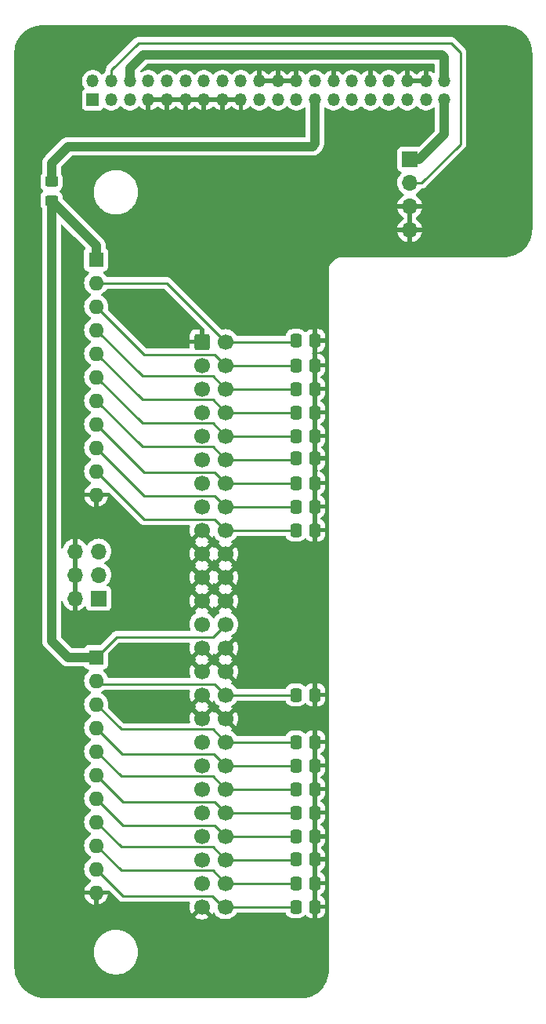
<source format=gbr>
%TF.GenerationSoftware,KiCad,Pcbnew,8.0.8*%
%TF.CreationDate,2025-02-03T10:00:00+01:00*%
%TF.ProjectId,x68030_scsi,78363830-3330-45f7-9363-73692e6b6963,rev?*%
%TF.SameCoordinates,Original*%
%TF.FileFunction,Copper,L1,Top*%
%TF.FilePolarity,Positive*%
%FSLAX46Y46*%
G04 Gerber Fmt 4.6, Leading zero omitted, Abs format (unit mm)*
G04 Created by KiCad (PCBNEW 8.0.8) date 2025-02-03 10:00:00*
%MOMM*%
%LPD*%
G01*
G04 APERTURE LIST*
G04 Aperture macros list*
%AMRoundRect*
0 Rectangle with rounded corners*
0 $1 Rounding radius*
0 $2 $3 $4 $5 $6 $7 $8 $9 X,Y pos of 4 corners*
0 Add a 4 corners polygon primitive as box body*
4,1,4,$2,$3,$4,$5,$6,$7,$8,$9,$2,$3,0*
0 Add four circle primitives for the rounded corners*
1,1,$1+$1,$2,$3*
1,1,$1+$1,$4,$5*
1,1,$1+$1,$6,$7*
1,1,$1+$1,$8,$9*
0 Add four rect primitives between the rounded corners*
20,1,$1+$1,$2,$3,$4,$5,0*
20,1,$1+$1,$4,$5,$6,$7,0*
20,1,$1+$1,$6,$7,$8,$9,0*
20,1,$1+$1,$8,$9,$2,$3,0*%
G04 Aperture macros list end*
%TA.AperFunction,SMDPad,CuDef*%
%ADD10RoundRect,0.250000X-0.337500X-0.475000X0.337500X-0.475000X0.337500X0.475000X-0.337500X0.475000X0*%
%TD*%
%TA.AperFunction,SMDPad,CuDef*%
%ADD11RoundRect,0.250000X0.450000X-0.325000X0.450000X0.325000X-0.450000X0.325000X-0.450000X-0.325000X0*%
%TD*%
%TA.AperFunction,ComponentPad*%
%ADD12R,1.700000X1.700000*%
%TD*%
%TA.AperFunction,ComponentPad*%
%ADD13O,1.700000X1.700000*%
%TD*%
%TA.AperFunction,ComponentPad*%
%ADD14R,1.350000X1.350000*%
%TD*%
%TA.AperFunction,ComponentPad*%
%ADD15O,1.350000X1.350000*%
%TD*%
%TA.AperFunction,ComponentPad*%
%ADD16R,1.600000X1.600000*%
%TD*%
%TA.AperFunction,ComponentPad*%
%ADD17O,1.600000X1.600000*%
%TD*%
%TA.AperFunction,ComponentPad*%
%ADD18RoundRect,0.250000X-0.600000X-0.600000X0.600000X-0.600000X0.600000X0.600000X-0.600000X0.600000X0*%
%TD*%
%TA.AperFunction,ComponentPad*%
%ADD19C,1.700000*%
%TD*%
%TA.AperFunction,Conductor*%
%ADD20C,1.000000*%
%TD*%
%TA.AperFunction,Conductor*%
%ADD21C,0.250000*%
%TD*%
G04 APERTURE END LIST*
D10*
%TO.P,C4,1*%
%TO.N,/DB3*%
X60430500Y-111760000D03*
%TO.P,C4,2*%
%TO.N,GND*%
X62505500Y-111760000D03*
%TD*%
D11*
%TO.P,F1,1*%
%TO.N,/TMPWR*%
X34036000Y-88909000D03*
%TO.P,F1,2*%
%TO.N,Net-(J2-Pin_25)*%
X34036000Y-86859000D03*
%TD*%
D10*
%TO.P,C17,1*%
%TO.N,/{slash}REQ*%
X60430500Y-162560000D03*
%TO.P,C17,2*%
%TO.N,GND*%
X62505500Y-162560000D03*
%TD*%
%TO.P,C13,1*%
%TO.N,/{slash}RST*%
X60430500Y-152400000D03*
%TO.P,C13,2*%
%TO.N,GND*%
X62505500Y-152400000D03*
%TD*%
%TO.P,C8,1*%
%TO.N,/DB7*%
X60430500Y-121920000D03*
%TO.P,C8,2*%
%TO.N,GND*%
X62505500Y-121920000D03*
%TD*%
%TO.P,C5,1*%
%TO.N,/DB4*%
X60430500Y-114300000D03*
%TO.P,C5,2*%
%TO.N,GND*%
X62505500Y-114300000D03*
%TD*%
D12*
%TO.P,J5,1,Pin_1*%
%TO.N,/VCC1*%
X72750000Y-84450000D03*
D13*
%TO.P,J5,2,Pin_2*%
%TO.N,/HDLED*%
X72750000Y-86990000D03*
%TO.P,J5,3,Pin_3*%
%TO.N,GND*%
X72750000Y-89530000D03*
%TO.P,J5,4,Pin_4*%
X72750000Y-92070000D03*
%TD*%
D14*
%TO.P,J2,1,Pin_1*%
%TO.N,/ID0*%
X38500000Y-78000000D03*
D15*
%TO.P,J2,2,Pin_2*%
%TO.N,/ID1*%
X38500000Y-76000000D03*
%TO.P,J2,3,Pin_3*%
%TO.N,/ID2*%
X40500000Y-78000000D03*
%TO.P,J2,4,Pin_4*%
%TO.N,/HDLED*%
X40500000Y-76000000D03*
%TO.P,J2,5,Pin_5*%
%TO.N,/VCC1*%
X42500000Y-78000000D03*
%TO.P,J2,6,Pin_6*%
X42500000Y-76000000D03*
%TO.P,J2,7,Pin_7*%
%TO.N,GND*%
X44500000Y-78000000D03*
%TO.P,J2,8,Pin_8*%
%TO.N,/DB0*%
X44500000Y-76000000D03*
%TO.P,J2,9,Pin_9*%
%TO.N,GND*%
X46500000Y-78000000D03*
%TO.P,J2,10,Pin_10*%
%TO.N,/DB1*%
X46500000Y-76000000D03*
%TO.P,J2,11,Pin_11*%
%TO.N,GND*%
X48500000Y-78000000D03*
%TO.P,J2,12,Pin_12*%
%TO.N,/DB2*%
X48500000Y-76000000D03*
%TO.P,J2,13,Pin_13*%
%TO.N,GND*%
X50500000Y-78000000D03*
%TO.P,J2,14,Pin_14*%
%TO.N,/DB3*%
X50500000Y-76000000D03*
%TO.P,J2,15,Pin_15*%
%TO.N,GND*%
X52500000Y-78000000D03*
%TO.P,J2,16,Pin_16*%
%TO.N,/DB4*%
X52500000Y-76000000D03*
%TO.P,J2,17,Pin_17*%
%TO.N,GND*%
X54500000Y-78000000D03*
%TO.P,J2,18,Pin_18*%
%TO.N,/DB5*%
X54500000Y-76000000D03*
%TO.P,J2,19,Pin_19*%
%TO.N,/DB6*%
X56500000Y-78000000D03*
%TO.P,J2,20,Pin_20*%
%TO.N,GND*%
X56500000Y-76000000D03*
%TO.P,J2,21,Pin_21*%
%TO.N,/DB7*%
X58500000Y-78000000D03*
%TO.P,J2,22,Pin_22*%
%TO.N,GND*%
X58500000Y-76000000D03*
%TO.P,J2,23,Pin_23*%
%TO.N,/PARITY*%
X60500000Y-78000000D03*
%TO.P,J2,24,Pin_24*%
%TO.N,GND*%
X60500000Y-76000000D03*
%TO.P,J2,25,Pin_25*%
%TO.N,Net-(J2-Pin_25)*%
X62500000Y-78000000D03*
%TO.P,J2,26,Pin_26*%
%TO.N,/{slash}ATN*%
X62500000Y-76000000D03*
%TO.P,J2,27,Pin_27*%
%TO.N,/{slash}BSY*%
X64500000Y-78000000D03*
%TO.P,J2,28,Pin_28*%
%TO.N,GND*%
X64500000Y-76000000D03*
%TO.P,J2,29,Pin_29*%
%TO.N,/{slash}ACK*%
X66500000Y-78000000D03*
%TO.P,J2,30,Pin_30*%
%TO.N,/{slash}RST*%
X66500000Y-76000000D03*
%TO.P,J2,31,Pin_31*%
%TO.N,/{slash}MSG*%
X68500000Y-78000000D03*
%TO.P,J2,32,Pin_32*%
%TO.N,GND*%
X68500000Y-76000000D03*
%TO.P,J2,33,Pin_33*%
%TO.N,/{slash}SEL*%
X70500000Y-78000000D03*
%TO.P,J2,34,Pin_34*%
%TO.N,/{slash}I{slash}O*%
X70500000Y-76000000D03*
%TO.P,J2,35,Pin_35*%
%TO.N,/{slash}C{slash}D*%
X72500000Y-78000000D03*
%TO.P,J2,36,Pin_36*%
%TO.N,GND*%
X72500000Y-76000000D03*
%TO.P,J2,37,Pin_37*%
%TO.N,/{slash}REQ*%
X74500000Y-78000000D03*
%TO.P,J2,38,Pin_38*%
%TO.N,GND*%
X74500000Y-76000000D03*
%TO.P,J2,39,Pin_39*%
%TO.N,/VCC1*%
X76500000Y-78000000D03*
%TO.P,J2,40,Pin_40*%
X76500000Y-76000000D03*
%TD*%
D10*
%TO.P,C11,1*%
%TO.N,/{slash}BSY*%
X60430500Y-147320000D03*
%TO.P,C11,2*%
%TO.N,GND*%
X62505500Y-147320000D03*
%TD*%
%TO.P,C2,1*%
%TO.N,/DB1*%
X60430500Y-106680000D03*
%TO.P,C2,2*%
%TO.N,GND*%
X62505500Y-106680000D03*
%TD*%
%TO.P,C16,1*%
%TO.N,/{slash}C{slash}D*%
X60462500Y-160000000D03*
%TO.P,C16,2*%
%TO.N,GND*%
X62537500Y-160000000D03*
%TD*%
D16*
%TO.P,RN2,1,COM1*%
%TO.N,/TMPWR*%
X38862000Y-138176000D03*
D17*
%TO.P,RN2,2,R1*%
%TO.N,/{slash}ATN*%
X38862000Y-140716000D03*
%TO.P,RN2,3,R2*%
%TO.N,/{slash}BSY*%
X38862000Y-143256000D03*
%TO.P,RN2,4,R3*%
%TO.N,/{slash}ACK*%
X38862000Y-145796000D03*
%TO.P,RN2,5,R4*%
%TO.N,/{slash}RST*%
X38862000Y-148336000D03*
%TO.P,RN2,6,R5*%
%TO.N,/{slash}MSG*%
X38862000Y-150876000D03*
%TO.P,RN2,7,R6*%
%TO.N,/{slash}SEL*%
X38862000Y-153416000D03*
%TO.P,RN2,8,R7*%
%TO.N,/{slash}C{slash}D*%
X38862000Y-155956000D03*
%TO.P,RN2,9,R8*%
%TO.N,/{slash}REQ*%
X38862000Y-158496000D03*
%TO.P,RN2,10,R9*%
%TO.N,/{slash}I{slash}O*%
X38862000Y-161036000D03*
%TO.P,RN2,11,COM2*%
%TO.N,GND*%
X38862000Y-163576000D03*
%TD*%
D10*
%TO.P,C10,1*%
%TO.N,/{slash}ATN*%
X60430500Y-142240000D03*
%TO.P,C10,2*%
%TO.N,GND*%
X62505500Y-142240000D03*
%TD*%
D12*
%TO.P,J3,1,Pin_1*%
%TO.N,/ID0*%
X39116000Y-131826000D03*
D13*
%TO.P,J3,2,Pin_2*%
%TO.N,GND*%
X36576000Y-131826000D03*
%TO.P,J3,3,Pin_3*%
%TO.N,/ID1*%
X39116000Y-129286000D03*
%TO.P,J3,4,Pin_4*%
%TO.N,GND*%
X36576000Y-129286000D03*
%TO.P,J3,5,Pin_5*%
%TO.N,/ID2*%
X39116000Y-126746000D03*
%TO.P,J3,6,Pin_6*%
%TO.N,GND*%
X36576000Y-126746000D03*
%TD*%
D10*
%TO.P,C15,1*%
%TO.N,/{slash}SEL*%
X60462500Y-157500000D03*
%TO.P,C15,2*%
%TO.N,GND*%
X62537500Y-157500000D03*
%TD*%
%TO.P,C3,1*%
%TO.N,/DB2*%
X60430500Y-109220000D03*
%TO.P,C3,2*%
%TO.N,GND*%
X62505500Y-109220000D03*
%TD*%
D16*
%TO.P,RN1,1,COM1*%
%TO.N,/TMPWR*%
X38862000Y-95250000D03*
D17*
%TO.P,RN1,2,R1*%
%TO.N,/DB0*%
X38862000Y-97790000D03*
%TO.P,RN1,3,R2*%
%TO.N,/DB1*%
X38862000Y-100330000D03*
%TO.P,RN1,4,R3*%
%TO.N,/DB2*%
X38862000Y-102870000D03*
%TO.P,RN1,5,R4*%
%TO.N,/DB3*%
X38862000Y-105410000D03*
%TO.P,RN1,6,R5*%
%TO.N,/DB4*%
X38862000Y-107950000D03*
%TO.P,RN1,7,R6*%
%TO.N,/DB5*%
X38862000Y-110490000D03*
%TO.P,RN1,8,R7*%
%TO.N,/DB6*%
X38862000Y-113030000D03*
%TO.P,RN1,9,R8*%
%TO.N,/DB7*%
X38862000Y-115570000D03*
%TO.P,RN1,10,R9*%
%TO.N,/PARITY*%
X38862000Y-118110000D03*
%TO.P,RN1,11,COM2*%
%TO.N,GND*%
X38862000Y-120650000D03*
%TD*%
D10*
%TO.P,C1,1*%
%TO.N,/DB0*%
X60462500Y-104000000D03*
%TO.P,C1,2*%
%TO.N,GND*%
X62537500Y-104000000D03*
%TD*%
%TO.P,C6,1*%
%TO.N,/DB5*%
X60462500Y-116750000D03*
%TO.P,C6,2*%
%TO.N,GND*%
X62537500Y-116750000D03*
%TD*%
%TO.P,C14,1*%
%TO.N,/{slash}MSG*%
X60430500Y-154940000D03*
%TO.P,C14,2*%
%TO.N,GND*%
X62505500Y-154940000D03*
%TD*%
%TO.P,C9,1*%
%TO.N,/PARITY*%
X60430500Y-124460000D03*
%TO.P,C9,2*%
%TO.N,GND*%
X62505500Y-124460000D03*
%TD*%
%TO.P,C12,1*%
%TO.N,/{slash}ACK*%
X60430500Y-149860000D03*
%TO.P,C12,2*%
%TO.N,GND*%
X62505500Y-149860000D03*
%TD*%
%TO.P,C7,1*%
%TO.N,/DB6*%
X60430500Y-119380000D03*
%TO.P,C7,2*%
%TO.N,GND*%
X62505500Y-119380000D03*
%TD*%
D18*
%TO.P,J1,1,Pin_1*%
%TO.N,GND*%
X50292000Y-104140000D03*
D19*
%TO.P,J1,2,Pin_2*%
%TO.N,/DB0*%
X52832000Y-104140000D03*
%TO.P,J1,3,Pin_3*%
%TO.N,GND*%
X50292000Y-106680000D03*
%TO.P,J1,4,Pin_4*%
%TO.N,/DB1*%
X52832000Y-106680000D03*
%TO.P,J1,5,Pin_5*%
%TO.N,GND*%
X50292000Y-109220000D03*
%TO.P,J1,6,Pin_6*%
%TO.N,/DB2*%
X52832000Y-109220000D03*
%TO.P,J1,7,Pin_7*%
%TO.N,GND*%
X50292000Y-111760000D03*
%TO.P,J1,8,Pin_8*%
%TO.N,/DB3*%
X52832000Y-111760000D03*
%TO.P,J1,9,Pin_9*%
%TO.N,GND*%
X50292000Y-114300000D03*
%TO.P,J1,10,Pin_10*%
%TO.N,/DB4*%
X52832000Y-114300000D03*
%TO.P,J1,11,Pin_11*%
%TO.N,GND*%
X50292000Y-116840000D03*
%TO.P,J1,12,Pin_12*%
%TO.N,/DB5*%
X52832000Y-116840000D03*
%TO.P,J1,13,Pin_13*%
%TO.N,GND*%
X50292000Y-119380000D03*
%TO.P,J1,14,Pin_14*%
%TO.N,/DB6*%
X52832000Y-119380000D03*
%TO.P,J1,15,Pin_15*%
%TO.N,GND*%
X50292000Y-121920000D03*
%TO.P,J1,16,Pin_16*%
%TO.N,/DB7*%
X52832000Y-121920000D03*
%TO.P,J1,17,Pin_17*%
%TO.N,GND*%
X50292000Y-124460000D03*
%TO.P,J1,18,Pin_18*%
%TO.N,/PARITY*%
X52832000Y-124460000D03*
%TO.P,J1,19,Pin_19*%
%TO.N,GND*%
X50292000Y-127000000D03*
%TO.P,J1,20,Pin_20*%
X52832000Y-127000000D03*
%TO.P,J1,21,Pin_21*%
X50292000Y-129540000D03*
%TO.P,J1,22,Pin_22*%
X52832000Y-129540000D03*
%TO.P,J1,23,Pin_23*%
X50292000Y-132080000D03*
%TO.P,J1,24,Pin_24*%
X52832000Y-132080000D03*
%TO.P,J1,25,Pin_25*%
%TO.N,unconnected-(J1-Pin_25-Pad25)*%
X50292000Y-134620000D03*
%TO.P,J1,26,Pin_26*%
%TO.N,/TMPWR*%
X52832000Y-134620000D03*
%TO.P,J1,27,Pin_27*%
%TO.N,GND*%
X50292000Y-137160000D03*
%TO.P,J1,28,Pin_28*%
X52832000Y-137160000D03*
%TO.P,J1,29,Pin_29*%
X50292000Y-139700000D03*
%TO.P,J1,30,Pin_30*%
X52832000Y-139700000D03*
%TO.P,J1,31,Pin_31*%
X50292000Y-142240000D03*
%TO.P,J1,32,Pin_32*%
%TO.N,/{slash}ATN*%
X52832000Y-142240000D03*
%TO.P,J1,33,Pin_33*%
%TO.N,GND*%
X50292000Y-144780000D03*
%TO.P,J1,34,Pin_34*%
X52832000Y-144780000D03*
%TO.P,J1,35,Pin_35*%
X50292000Y-147320000D03*
%TO.P,J1,36,Pin_36*%
%TO.N,/{slash}BSY*%
X52832000Y-147320000D03*
%TO.P,J1,37,Pin_37*%
%TO.N,GND*%
X50292000Y-149860000D03*
%TO.P,J1,38,Pin_38*%
%TO.N,/{slash}ACK*%
X52832000Y-149860000D03*
%TO.P,J1,39,Pin_39*%
%TO.N,GND*%
X50292000Y-152400000D03*
%TO.P,J1,40,Pin_40*%
%TO.N,/{slash}RST*%
X52832000Y-152400000D03*
%TO.P,J1,41,Pin_41*%
%TO.N,GND*%
X50292000Y-154940000D03*
%TO.P,J1,42,Pin_42*%
%TO.N,/{slash}MSG*%
X52832000Y-154940000D03*
%TO.P,J1,43,Pin_43*%
%TO.N,GND*%
X50292000Y-157480000D03*
%TO.P,J1,44,Pin_44*%
%TO.N,/{slash}SEL*%
X52832000Y-157480000D03*
%TO.P,J1,45,Pin_45*%
%TO.N,GND*%
X50292000Y-160020000D03*
%TO.P,J1,46,Pin_46*%
%TO.N,/{slash}C{slash}D*%
X52832000Y-160020000D03*
%TO.P,J1,47,Pin_47*%
%TO.N,GND*%
X50292000Y-162560000D03*
%TO.P,J1,48,Pin_48*%
%TO.N,/{slash}REQ*%
X52832000Y-162560000D03*
%TO.P,J1,49,Pin_49*%
%TO.N,GND*%
X50292000Y-165100000D03*
%TO.P,J1,50,Pin_50*%
%TO.N,/{slash}I{slash}O*%
X52832000Y-165100000D03*
%TD*%
D10*
%TO.P,C18,1*%
%TO.N,/{slash}I{slash}O*%
X60430500Y-165100000D03*
%TO.P,C18,2*%
%TO.N,GND*%
X62505500Y-165100000D03*
%TD*%
D20*
%TO.N,Net-(J2-Pin_25)*%
X34036000Y-86859000D02*
X34036000Y-84836000D01*
X35814000Y-83058000D02*
X62230000Y-83058000D01*
X34036000Y-84836000D02*
X35814000Y-83058000D01*
X62500000Y-82788000D02*
X62500000Y-78000000D01*
X62230000Y-83058000D02*
X62500000Y-82788000D01*
%TO.N,/VCC1*%
X76500000Y-81742000D02*
X76500000Y-78000000D01*
X72750000Y-84450000D02*
X73792000Y-84450000D01*
X76200000Y-73152000D02*
X43942000Y-73152000D01*
X73792000Y-84450000D02*
X76500000Y-81742000D01*
X42500000Y-74594000D02*
X42500000Y-76000000D01*
X43942000Y-73152000D02*
X42500000Y-74594000D01*
X76500000Y-73452000D02*
X76200000Y-73152000D01*
X76500000Y-76000000D02*
X76500000Y-73452000D01*
D21*
%TO.N,/{slash}MSG*%
X51657000Y-153765000D02*
X41751000Y-153765000D01*
X52832000Y-154940000D02*
X51657000Y-153765000D01*
X52832000Y-154940000D02*
X60430500Y-154940000D01*
X41751000Y-153765000D02*
X38862000Y-150876000D01*
%TO.N,/DB3*%
X43847000Y-110395000D02*
X51467000Y-110395000D01*
X51467000Y-110395000D02*
X52832000Y-111760000D01*
X38862000Y-105410000D02*
X43847000Y-110395000D01*
X52832000Y-111760000D02*
X60430500Y-111760000D01*
D20*
%TO.N,/TMPWR*%
X34036000Y-136398000D02*
X34036000Y-88909000D01*
X38862000Y-93735000D02*
X34036000Y-88909000D01*
X35814000Y-138176000D02*
X34036000Y-136398000D01*
D21*
X51467000Y-135985000D02*
X41053000Y-135985000D01*
D20*
X38862000Y-95250000D02*
X38862000Y-93735000D01*
D21*
X41053000Y-135985000D02*
X38862000Y-138176000D01*
X52832000Y-134620000D02*
X51467000Y-135985000D01*
D20*
X38862000Y-138176000D02*
X35814000Y-138176000D01*
D21*
%TO.N,/DB7*%
X51657000Y-120745000D02*
X44037000Y-120745000D01*
X44037000Y-120745000D02*
X38862000Y-115570000D01*
X52832000Y-121920000D02*
X51657000Y-120745000D01*
X52832000Y-121920000D02*
X60430500Y-121920000D01*
%TO.N,/DB5*%
X52832000Y-116840000D02*
X51467000Y-115475000D01*
X52832000Y-116840000D02*
X60372500Y-116840000D01*
X51467000Y-115475000D02*
X43847000Y-115475000D01*
X43847000Y-115475000D02*
X38862000Y-110490000D01*
X60372500Y-116840000D02*
X60462500Y-116750000D01*
%TO.N,/DB0*%
X46482000Y-97790000D02*
X38862000Y-97790000D01*
X60322500Y-104140000D02*
X60462500Y-104000000D01*
X52832000Y-104140000D02*
X60322500Y-104140000D01*
X52832000Y-104140000D02*
X46482000Y-97790000D01*
%TO.N,/PARITY*%
X52832000Y-124460000D02*
X51657000Y-123285000D01*
X51657000Y-123285000D02*
X44037000Y-123285000D01*
X44037000Y-123285000D02*
X38862000Y-118110000D01*
X52832000Y-124460000D02*
X60430500Y-124460000D01*
%TO.N,/{slash}I{slash}O*%
X51403000Y-163925000D02*
X41751000Y-163925000D01*
X41751000Y-163925000D02*
X38862000Y-161036000D01*
X52578000Y-165100000D02*
X51403000Y-163925000D01*
X52832000Y-165100000D02*
X52578000Y-165100000D01*
X52832000Y-165100000D02*
X60430500Y-165100000D01*
%TO.N,/{slash}REQ*%
X51467000Y-161195000D02*
X41561000Y-161195000D01*
X41561000Y-161195000D02*
X38862000Y-158496000D01*
X52832000Y-162560000D02*
X51467000Y-161195000D01*
X52832000Y-162560000D02*
X60430500Y-162560000D01*
%TO.N,/DB4*%
X51467000Y-112935000D02*
X43847000Y-112935000D01*
X43847000Y-112935000D02*
X38862000Y-107950000D01*
X52832000Y-114300000D02*
X51467000Y-112935000D01*
X52832000Y-114300000D02*
X60430500Y-114300000D01*
%TO.N,/{slash}RST*%
X51467000Y-151035000D02*
X41561000Y-151035000D01*
X52832000Y-152400000D02*
X51467000Y-151035000D01*
X52832000Y-152400000D02*
X60430500Y-152400000D01*
X41561000Y-151035000D02*
X38862000Y-148336000D01*
%TO.N,/{slash}BSY*%
X52832000Y-147320000D02*
X51467000Y-145955000D01*
X51467000Y-145955000D02*
X41561000Y-145955000D01*
X52832000Y-147320000D02*
X60430500Y-147320000D01*
X41561000Y-145955000D02*
X38862000Y-143256000D01*
%TO.N,/{slash}SEL*%
X51657000Y-156305000D02*
X41751000Y-156305000D01*
X41751000Y-156305000D02*
X38862000Y-153416000D01*
X52832000Y-157480000D02*
X51657000Y-156305000D01*
X60442500Y-157480000D02*
X60462500Y-157500000D01*
X52832000Y-157480000D02*
X60442500Y-157480000D01*
%TO.N,/{slash}ATN*%
X39211000Y-141065000D02*
X38862000Y-140716000D01*
X51657000Y-141065000D02*
X39211000Y-141065000D01*
X52832000Y-142240000D02*
X51657000Y-141065000D01*
X52832000Y-142240000D02*
X60430500Y-142240000D01*
%TO.N,/DB2*%
X43847000Y-107855000D02*
X38862000Y-102870000D01*
X51467000Y-107855000D02*
X43847000Y-107855000D01*
X52832000Y-109220000D02*
X51467000Y-107855000D01*
X52832000Y-109220000D02*
X60430500Y-109220000D01*
%TO.N,/{slash}C{slash}D*%
X51467000Y-158655000D02*
X41561000Y-158655000D01*
X52832000Y-160020000D02*
X60442500Y-160020000D01*
X41561000Y-158655000D02*
X38862000Y-155956000D01*
X60442500Y-160020000D02*
X60462500Y-160000000D01*
X52832000Y-160020000D02*
X51467000Y-158655000D01*
%TO.N,/DB1*%
X51657000Y-105505000D02*
X44037000Y-105505000D01*
X52832000Y-106680000D02*
X51657000Y-105505000D01*
X60430500Y-106680000D02*
X52832000Y-106680000D01*
X44037000Y-105505000D02*
X38862000Y-100330000D01*
%TO.N,/DB6*%
X51657000Y-118205000D02*
X44037000Y-118205000D01*
X44037000Y-118205000D02*
X38862000Y-113030000D01*
X52832000Y-119380000D02*
X51657000Y-118205000D01*
X52832000Y-119380000D02*
X60430500Y-119380000D01*
%TO.N,/{slash}ACK*%
X52832000Y-149860000D02*
X60430500Y-149860000D01*
X52832000Y-149860000D02*
X51562000Y-148590000D01*
X51562000Y-148590000D02*
X41656000Y-148590000D01*
X41656000Y-148590000D02*
X38862000Y-145796000D01*
%TO.N,/HDLED*%
X74046000Y-86990000D02*
X72750000Y-86990000D01*
X78232000Y-82804000D02*
X74046000Y-86990000D01*
X40500000Y-74816000D02*
X43434000Y-71882000D01*
X77216000Y-71882000D02*
X78232000Y-72898000D01*
X43434000Y-71882000D02*
X77216000Y-71882000D01*
X78232000Y-72898000D02*
X78232000Y-82804000D01*
X40500000Y-76000000D02*
X40500000Y-74816000D01*
%TD*%
%TA.AperFunction,Conductor*%
%TO.N,GND*%
G36*
X48947054Y-141710185D02*
G01*
X48992809Y-141762989D01*
X49002753Y-141832147D01*
X48999790Y-141846593D01*
X48957432Y-142004674D01*
X48957430Y-142004684D01*
X48936843Y-142239998D01*
X48936843Y-142240000D01*
X48957430Y-142475315D01*
X48957432Y-142475326D01*
X49018566Y-142703483D01*
X49018570Y-142703492D01*
X49118398Y-142917576D01*
X49177073Y-143001372D01*
X49809037Y-142369408D01*
X49826075Y-142432993D01*
X49891901Y-142547007D01*
X49984993Y-142640099D01*
X50099007Y-142705925D01*
X50162591Y-142722962D01*
X49530626Y-143354926D01*
X49607031Y-143408426D01*
X49650656Y-143463003D01*
X49657848Y-143532501D01*
X49626326Y-143594856D01*
X49607030Y-143611575D01*
X49530627Y-143665072D01*
X49530626Y-143665073D01*
X50162591Y-144297037D01*
X50099007Y-144314075D01*
X49984993Y-144379901D01*
X49891901Y-144472993D01*
X49826075Y-144587007D01*
X49809037Y-144650590D01*
X49177073Y-144018626D01*
X49177073Y-144018627D01*
X49118400Y-144102421D01*
X49118399Y-144102423D01*
X49018570Y-144316507D01*
X49018566Y-144316516D01*
X48957432Y-144544673D01*
X48957430Y-144544684D01*
X48936843Y-144779998D01*
X48936843Y-144780000D01*
X48957430Y-145015315D01*
X48957432Y-145015325D01*
X48999790Y-145173407D01*
X48998127Y-145243256D01*
X48958965Y-145301119D01*
X48894736Y-145328623D01*
X48880015Y-145329500D01*
X41871453Y-145329500D01*
X41804414Y-145309815D01*
X41783772Y-145293181D01*
X40161413Y-143670822D01*
X40127928Y-143609499D01*
X40129319Y-143551048D01*
X40147635Y-143482692D01*
X40167468Y-143256000D01*
X40147635Y-143029308D01*
X40088739Y-142809504D01*
X39992568Y-142603266D01*
X39862047Y-142416861D01*
X39862045Y-142416858D01*
X39701141Y-142255954D01*
X39514734Y-142125432D01*
X39514728Y-142125429D01*
X39456725Y-142098382D01*
X39404285Y-142052210D01*
X39385133Y-141985017D01*
X39405348Y-141918135D01*
X39456725Y-141873618D01*
X39514734Y-141846568D01*
X39666930Y-141740000D01*
X39705574Y-141712942D01*
X39707173Y-141715226D01*
X39760237Y-141691600D01*
X39776717Y-141690500D01*
X48880015Y-141690500D01*
X48947054Y-141710185D01*
G37*
%TD.AperFunction*%
%TA.AperFunction,Conductor*%
G36*
X51406925Y-143001371D02*
G01*
X51460120Y-142925404D01*
X51514697Y-142881780D01*
X51584196Y-142874588D01*
X51646550Y-142906111D01*
X51663268Y-142925404D01*
X51793505Y-143111401D01*
X51960599Y-143278495D01*
X52069754Y-143354926D01*
X52146595Y-143408731D01*
X52190219Y-143463308D01*
X52197412Y-143532807D01*
X52165890Y-143595161D01*
X52146594Y-143611881D01*
X52070627Y-143665073D01*
X52070626Y-143665073D01*
X52702591Y-144297037D01*
X52639007Y-144314075D01*
X52524993Y-144379901D01*
X52431901Y-144472993D01*
X52366075Y-144587007D01*
X52349037Y-144650591D01*
X51717073Y-144018626D01*
X51717073Y-144018627D01*
X51663575Y-144095031D01*
X51608999Y-144138656D01*
X51539500Y-144145850D01*
X51477145Y-144114327D01*
X51460425Y-144095032D01*
X51406925Y-144018626D01*
X50774962Y-144650589D01*
X50757925Y-144587007D01*
X50692099Y-144472993D01*
X50599007Y-144379901D01*
X50484993Y-144314075D01*
X50421409Y-144297037D01*
X51053372Y-143665073D01*
X50976969Y-143611575D01*
X50933344Y-143556998D01*
X50926152Y-143487499D01*
X50957674Y-143425144D01*
X50976968Y-143408426D01*
X51053371Y-143354925D01*
X50421408Y-142722962D01*
X50484993Y-142705925D01*
X50599007Y-142640099D01*
X50692099Y-142547007D01*
X50757925Y-142432993D01*
X50774962Y-142369408D01*
X51406925Y-143001371D01*
G37*
%TD.AperFunction*%
%TA.AperFunction,Conductor*%
G36*
X48947054Y-136630185D02*
G01*
X48992809Y-136682989D01*
X49002753Y-136752147D01*
X48999790Y-136766593D01*
X48957432Y-136924674D01*
X48957430Y-136924684D01*
X48936843Y-137159998D01*
X48936843Y-137160000D01*
X48957430Y-137395315D01*
X48957432Y-137395326D01*
X49018566Y-137623483D01*
X49018570Y-137623492D01*
X49118398Y-137837576D01*
X49177073Y-137921372D01*
X49809037Y-137289408D01*
X49826075Y-137352993D01*
X49891901Y-137467007D01*
X49984993Y-137560099D01*
X50099007Y-137625925D01*
X50162591Y-137642962D01*
X49530626Y-138274926D01*
X49607031Y-138328426D01*
X49650656Y-138383003D01*
X49657848Y-138452501D01*
X49626326Y-138514856D01*
X49607030Y-138531575D01*
X49530627Y-138585072D01*
X49530626Y-138585073D01*
X50162591Y-139217037D01*
X50099007Y-139234075D01*
X49984993Y-139299901D01*
X49891901Y-139392993D01*
X49826075Y-139507007D01*
X49809037Y-139570590D01*
X49177073Y-138938626D01*
X49177073Y-138938627D01*
X49118400Y-139022421D01*
X49118399Y-139022423D01*
X49018570Y-139236507D01*
X49018566Y-139236516D01*
X48957432Y-139464673D01*
X48957430Y-139464684D01*
X48936843Y-139699998D01*
X48936843Y-139700000D01*
X48957430Y-139935315D01*
X48957432Y-139935326D01*
X49018566Y-140163483D01*
X49018571Y-140163497D01*
X49065015Y-140263096D01*
X49075507Y-140332173D01*
X49046987Y-140395957D01*
X48988510Y-140434196D01*
X48952633Y-140439500D01*
X40229438Y-140439500D01*
X40162399Y-140419815D01*
X40116644Y-140367011D01*
X40109663Y-140347593D01*
X40088741Y-140269511D01*
X40088738Y-140269502D01*
X40085751Y-140263096D01*
X39992568Y-140063266D01*
X39862047Y-139876861D01*
X39862045Y-139876858D01*
X39701143Y-139715956D01*
X39678355Y-139700000D01*
X39676535Y-139698725D01*
X39632912Y-139644149D01*
X39625719Y-139574650D01*
X39657241Y-139512296D01*
X39717471Y-139476882D01*
X39734404Y-139473861D01*
X39769483Y-139470091D01*
X39904331Y-139419796D01*
X40019546Y-139333546D01*
X40105796Y-139218331D01*
X40156091Y-139083483D01*
X40162500Y-139023873D01*
X40162499Y-137811450D01*
X40182184Y-137744412D01*
X40198813Y-137723775D01*
X41275771Y-136646819D01*
X41337094Y-136613334D01*
X41363452Y-136610500D01*
X48880015Y-136610500D01*
X48947054Y-136630185D01*
G37*
%TD.AperFunction*%
%TA.AperFunction,Conductor*%
G36*
X52366075Y-137352993D02*
G01*
X52431901Y-137467007D01*
X52524993Y-137560099D01*
X52639007Y-137625925D01*
X52702591Y-137642962D01*
X52070626Y-138274926D01*
X52147031Y-138328426D01*
X52190656Y-138383003D01*
X52197848Y-138452501D01*
X52166326Y-138514856D01*
X52147030Y-138531575D01*
X52070627Y-138585072D01*
X52070626Y-138585073D01*
X52702591Y-139217037D01*
X52639007Y-139234075D01*
X52524993Y-139299901D01*
X52431901Y-139392993D01*
X52366075Y-139507007D01*
X52349037Y-139570591D01*
X51717073Y-138938626D01*
X51717073Y-138938627D01*
X51663575Y-139015031D01*
X51608999Y-139058656D01*
X51539500Y-139065850D01*
X51477145Y-139034327D01*
X51460425Y-139015032D01*
X51406925Y-138938626D01*
X50774962Y-139570589D01*
X50757925Y-139507007D01*
X50692099Y-139392993D01*
X50599007Y-139299901D01*
X50484993Y-139234075D01*
X50421409Y-139217037D01*
X51053372Y-138585073D01*
X50976969Y-138531575D01*
X50933344Y-138476998D01*
X50926152Y-138407499D01*
X50957674Y-138345144D01*
X50976968Y-138328426D01*
X51053371Y-138274925D01*
X50421408Y-137642962D01*
X50484993Y-137625925D01*
X50599007Y-137560099D01*
X50692099Y-137467007D01*
X50757925Y-137352993D01*
X50774962Y-137289408D01*
X51406925Y-137921371D01*
X51460426Y-137844968D01*
X51515004Y-137801344D01*
X51584502Y-137794152D01*
X51646856Y-137825675D01*
X51663575Y-137844969D01*
X51717073Y-137921372D01*
X52349037Y-137289407D01*
X52366075Y-137352993D01*
G37*
%TD.AperFunction*%
%TA.AperFunction,Conductor*%
G36*
X35241703Y-91530069D02*
G01*
X35248179Y-91536099D01*
X36536445Y-92824366D01*
X37671322Y-93959243D01*
X37704807Y-94020566D01*
X37699823Y-94090258D01*
X37682908Y-94121235D01*
X37618204Y-94207668D01*
X37618202Y-94207671D01*
X37567908Y-94342517D01*
X37561501Y-94402116D01*
X37561501Y-94402123D01*
X37561500Y-94402135D01*
X37561500Y-96097870D01*
X37561501Y-96097876D01*
X37567908Y-96157483D01*
X37618202Y-96292328D01*
X37618206Y-96292335D01*
X37704452Y-96407544D01*
X37704455Y-96407547D01*
X37819664Y-96493793D01*
X37819671Y-96493797D01*
X37864618Y-96510561D01*
X37954517Y-96544091D01*
X37989596Y-96547862D01*
X38054144Y-96574599D01*
X38093993Y-96631991D01*
X38096488Y-96701816D01*
X38060836Y-96761905D01*
X38047464Y-96772725D01*
X38022858Y-96789954D01*
X37861954Y-96950858D01*
X37731432Y-97137265D01*
X37731431Y-97137267D01*
X37635261Y-97343502D01*
X37635258Y-97343511D01*
X37576366Y-97563302D01*
X37576364Y-97563313D01*
X37556532Y-97789998D01*
X37556532Y-97790001D01*
X37576364Y-98016686D01*
X37576366Y-98016697D01*
X37635258Y-98236488D01*
X37635261Y-98236497D01*
X37731431Y-98442732D01*
X37731432Y-98442734D01*
X37861954Y-98629141D01*
X38022858Y-98790045D01*
X38022861Y-98790047D01*
X38209266Y-98920568D01*
X38267275Y-98947618D01*
X38319714Y-98993791D01*
X38338866Y-99060984D01*
X38318650Y-99127865D01*
X38267275Y-99172382D01*
X38209267Y-99199431D01*
X38209265Y-99199432D01*
X38022858Y-99329954D01*
X37861954Y-99490858D01*
X37731432Y-99677265D01*
X37731431Y-99677267D01*
X37635261Y-99883502D01*
X37635258Y-99883511D01*
X37576366Y-100103302D01*
X37576364Y-100103313D01*
X37556532Y-100329998D01*
X37556532Y-100330001D01*
X37576364Y-100556686D01*
X37576366Y-100556697D01*
X37635258Y-100776488D01*
X37635261Y-100776497D01*
X37731431Y-100982732D01*
X37731432Y-100982734D01*
X37861954Y-101169141D01*
X38022858Y-101330045D01*
X38022861Y-101330047D01*
X38209266Y-101460568D01*
X38267275Y-101487618D01*
X38319714Y-101533791D01*
X38338866Y-101600984D01*
X38318650Y-101667865D01*
X38267275Y-101712382D01*
X38209267Y-101739431D01*
X38209265Y-101739432D01*
X38022858Y-101869954D01*
X37861954Y-102030858D01*
X37731432Y-102217265D01*
X37731431Y-102217267D01*
X37635261Y-102423502D01*
X37635258Y-102423511D01*
X37576366Y-102643302D01*
X37576364Y-102643313D01*
X37556532Y-102869998D01*
X37556532Y-102870001D01*
X37576364Y-103096686D01*
X37576366Y-103096697D01*
X37635258Y-103316488D01*
X37635261Y-103316497D01*
X37731431Y-103522732D01*
X37731432Y-103522734D01*
X37861954Y-103709141D01*
X38022858Y-103870045D01*
X38022861Y-103870047D01*
X38209266Y-104000568D01*
X38267275Y-104027618D01*
X38319714Y-104073791D01*
X38338866Y-104140984D01*
X38318650Y-104207865D01*
X38267275Y-104252382D01*
X38209267Y-104279431D01*
X38209265Y-104279432D01*
X38022858Y-104409954D01*
X37861954Y-104570858D01*
X37731432Y-104757265D01*
X37731431Y-104757267D01*
X37635261Y-104963502D01*
X37635258Y-104963511D01*
X37576366Y-105183302D01*
X37576364Y-105183313D01*
X37556532Y-105409998D01*
X37556532Y-105410001D01*
X37576364Y-105636686D01*
X37576366Y-105636697D01*
X37635258Y-105856488D01*
X37635261Y-105856497D01*
X37731431Y-106062732D01*
X37731432Y-106062734D01*
X37861954Y-106249141D01*
X38022858Y-106410045D01*
X38022861Y-106410047D01*
X38209266Y-106540568D01*
X38267275Y-106567618D01*
X38319714Y-106613791D01*
X38338866Y-106680984D01*
X38318650Y-106747865D01*
X38267275Y-106792382D01*
X38209267Y-106819431D01*
X38209265Y-106819432D01*
X38022858Y-106949954D01*
X37861954Y-107110858D01*
X37731432Y-107297265D01*
X37731431Y-107297267D01*
X37635261Y-107503502D01*
X37635258Y-107503511D01*
X37576366Y-107723302D01*
X37576364Y-107723313D01*
X37556532Y-107949998D01*
X37556532Y-107950001D01*
X37576364Y-108176686D01*
X37576366Y-108176697D01*
X37635258Y-108396488D01*
X37635261Y-108396497D01*
X37731431Y-108602732D01*
X37731432Y-108602734D01*
X37861954Y-108789141D01*
X38022858Y-108950045D01*
X38022861Y-108950047D01*
X38209266Y-109080568D01*
X38267275Y-109107618D01*
X38319714Y-109153791D01*
X38338866Y-109220984D01*
X38318650Y-109287865D01*
X38267275Y-109332382D01*
X38209267Y-109359431D01*
X38209265Y-109359432D01*
X38022858Y-109489954D01*
X37861954Y-109650858D01*
X37731432Y-109837265D01*
X37731431Y-109837267D01*
X37635261Y-110043502D01*
X37635258Y-110043511D01*
X37576366Y-110263302D01*
X37576364Y-110263313D01*
X37556532Y-110489998D01*
X37556532Y-110490001D01*
X37576364Y-110716686D01*
X37576366Y-110716697D01*
X37635258Y-110936488D01*
X37635261Y-110936497D01*
X37731431Y-111142732D01*
X37731432Y-111142734D01*
X37861954Y-111329141D01*
X38022858Y-111490045D01*
X38022861Y-111490047D01*
X38209266Y-111620568D01*
X38267275Y-111647618D01*
X38319714Y-111693791D01*
X38338866Y-111760984D01*
X38318650Y-111827865D01*
X38267275Y-111872382D01*
X38209267Y-111899431D01*
X38209265Y-111899432D01*
X38022858Y-112029954D01*
X37861954Y-112190858D01*
X37731432Y-112377265D01*
X37731431Y-112377267D01*
X37635261Y-112583502D01*
X37635258Y-112583511D01*
X37576366Y-112803302D01*
X37576364Y-112803313D01*
X37556532Y-113029998D01*
X37556532Y-113030001D01*
X37576364Y-113256686D01*
X37576366Y-113256697D01*
X37635258Y-113476488D01*
X37635261Y-113476497D01*
X37731431Y-113682732D01*
X37731432Y-113682734D01*
X37861954Y-113869141D01*
X38022858Y-114030045D01*
X38022861Y-114030047D01*
X38209266Y-114160568D01*
X38267275Y-114187618D01*
X38319714Y-114233791D01*
X38338866Y-114300984D01*
X38318650Y-114367865D01*
X38267275Y-114412382D01*
X38209267Y-114439431D01*
X38209265Y-114439432D01*
X38022858Y-114569954D01*
X37861954Y-114730858D01*
X37731432Y-114917265D01*
X37731431Y-114917267D01*
X37635261Y-115123502D01*
X37635258Y-115123511D01*
X37576366Y-115343302D01*
X37576364Y-115343313D01*
X37556532Y-115569998D01*
X37556532Y-115570001D01*
X37576364Y-115796686D01*
X37576366Y-115796697D01*
X37635258Y-116016488D01*
X37635261Y-116016497D01*
X37731431Y-116222732D01*
X37731432Y-116222734D01*
X37861954Y-116409141D01*
X38022858Y-116570045D01*
X38022861Y-116570047D01*
X38209266Y-116700568D01*
X38267275Y-116727618D01*
X38319714Y-116773791D01*
X38338866Y-116840984D01*
X38318650Y-116907865D01*
X38267275Y-116952382D01*
X38209267Y-116979431D01*
X38209265Y-116979432D01*
X38022858Y-117109954D01*
X37861954Y-117270858D01*
X37731432Y-117457265D01*
X37731431Y-117457267D01*
X37635261Y-117663502D01*
X37635258Y-117663511D01*
X37576366Y-117883302D01*
X37576364Y-117883313D01*
X37556532Y-118109998D01*
X37556532Y-118110001D01*
X37576364Y-118336686D01*
X37576366Y-118336697D01*
X37635258Y-118556488D01*
X37635261Y-118556497D01*
X37731431Y-118762732D01*
X37731432Y-118762734D01*
X37861954Y-118949141D01*
X38022858Y-119110045D01*
X38022861Y-119110047D01*
X38209266Y-119240568D01*
X38267865Y-119267893D01*
X38320305Y-119314065D01*
X38339457Y-119381258D01*
X38319242Y-119448139D01*
X38267867Y-119492657D01*
X38209515Y-119519867D01*
X38023179Y-119650342D01*
X37862342Y-119811179D01*
X37731865Y-119997517D01*
X37635734Y-120203673D01*
X37635730Y-120203682D01*
X37583127Y-120399999D01*
X37583128Y-120400000D01*
X38546314Y-120400000D01*
X38541920Y-120404394D01*
X38489259Y-120495606D01*
X38462000Y-120597339D01*
X38462000Y-120702661D01*
X38489259Y-120804394D01*
X38541920Y-120895606D01*
X38546314Y-120900000D01*
X37583128Y-120900000D01*
X37635730Y-121096317D01*
X37635734Y-121096326D01*
X37731865Y-121302482D01*
X37862342Y-121488820D01*
X38023179Y-121649657D01*
X38209517Y-121780134D01*
X38415673Y-121876265D01*
X38415682Y-121876269D01*
X38611999Y-121928872D01*
X38612000Y-121928871D01*
X38612000Y-120965686D01*
X38616394Y-120970080D01*
X38707606Y-121022741D01*
X38809339Y-121050000D01*
X38914661Y-121050000D01*
X39016394Y-121022741D01*
X39107606Y-120970080D01*
X39112000Y-120965686D01*
X39112000Y-121928872D01*
X39308317Y-121876269D01*
X39308326Y-121876265D01*
X39514482Y-121780134D01*
X39700820Y-121649657D01*
X39861657Y-121488820D01*
X39992134Y-121302482D01*
X40088265Y-121096326D01*
X40088269Y-121096317D01*
X40140872Y-120900000D01*
X39177686Y-120900000D01*
X39182080Y-120895606D01*
X39234741Y-120804394D01*
X39262000Y-120702661D01*
X39262000Y-120597339D01*
X39234741Y-120495606D01*
X39182080Y-120404394D01*
X39177686Y-120400000D01*
X40165299Y-120400000D01*
X40166151Y-120399378D01*
X40235897Y-120395216D01*
X40295792Y-120428382D01*
X43548016Y-123680606D01*
X43548045Y-123680637D01*
X43638263Y-123770855D01*
X43638267Y-123770858D01*
X43740707Y-123839307D01*
X43740713Y-123839310D01*
X43740714Y-123839311D01*
X43854548Y-123886463D01*
X43914971Y-123898481D01*
X43975393Y-123910500D01*
X43975394Y-123910500D01*
X48880015Y-123910500D01*
X48947054Y-123930185D01*
X48992809Y-123982989D01*
X49002753Y-124052147D01*
X48999790Y-124066593D01*
X48957432Y-124224674D01*
X48957430Y-124224684D01*
X48936843Y-124459998D01*
X48936843Y-124460000D01*
X48957430Y-124695315D01*
X48957432Y-124695326D01*
X49018566Y-124923483D01*
X49018570Y-124923492D01*
X49118398Y-125137576D01*
X49177073Y-125221372D01*
X49809037Y-124589408D01*
X49826075Y-124652993D01*
X49891901Y-124767007D01*
X49984993Y-124860099D01*
X50099007Y-124925925D01*
X50162591Y-124942962D01*
X49530626Y-125574926D01*
X49607031Y-125628426D01*
X49650656Y-125683003D01*
X49657848Y-125752501D01*
X49626326Y-125814856D01*
X49607030Y-125831575D01*
X49530627Y-125885072D01*
X49530626Y-125885073D01*
X50162591Y-126517037D01*
X50099007Y-126534075D01*
X49984993Y-126599901D01*
X49891901Y-126692993D01*
X49826075Y-126807007D01*
X49809037Y-126870590D01*
X49177073Y-126238626D01*
X49177073Y-126238627D01*
X49118400Y-126322421D01*
X49118399Y-126322423D01*
X49018570Y-126536507D01*
X49018566Y-126536516D01*
X48957432Y-126764673D01*
X48957430Y-126764684D01*
X48936843Y-126999998D01*
X48936843Y-127000001D01*
X48957430Y-127235315D01*
X48957432Y-127235326D01*
X49018566Y-127463483D01*
X49018570Y-127463492D01*
X49118398Y-127677576D01*
X49177073Y-127761372D01*
X49809037Y-127129408D01*
X49826075Y-127192993D01*
X49891901Y-127307007D01*
X49984993Y-127400099D01*
X50099007Y-127465925D01*
X50162591Y-127482962D01*
X49530626Y-128114926D01*
X49607031Y-128168426D01*
X49650656Y-128223003D01*
X49657848Y-128292501D01*
X49626326Y-128354856D01*
X49607030Y-128371575D01*
X49530627Y-128425072D01*
X49530626Y-128425073D01*
X50162591Y-129057037D01*
X50099007Y-129074075D01*
X49984993Y-129139901D01*
X49891901Y-129232993D01*
X49826075Y-129347007D01*
X49809037Y-129410590D01*
X49177073Y-128778626D01*
X49177073Y-128778627D01*
X49118400Y-128862421D01*
X49118399Y-128862423D01*
X49018570Y-129076507D01*
X49018566Y-129076516D01*
X48957432Y-129304673D01*
X48957430Y-129304684D01*
X48936843Y-129539998D01*
X48936843Y-129540001D01*
X48957430Y-129775315D01*
X48957432Y-129775326D01*
X49018566Y-130003483D01*
X49018570Y-130003492D01*
X49118398Y-130217576D01*
X49177073Y-130301372D01*
X49809037Y-129669408D01*
X49826075Y-129732993D01*
X49891901Y-129847007D01*
X49984993Y-129940099D01*
X50099007Y-130005925D01*
X50162591Y-130022962D01*
X49530626Y-130654926D01*
X49607031Y-130708426D01*
X49650656Y-130763003D01*
X49657848Y-130832501D01*
X49626326Y-130894856D01*
X49607030Y-130911575D01*
X49530627Y-130965072D01*
X49530626Y-130965073D01*
X50162591Y-131597037D01*
X50099007Y-131614075D01*
X49984993Y-131679901D01*
X49891901Y-131772993D01*
X49826075Y-131887007D01*
X49809037Y-131950590D01*
X49177073Y-131318626D01*
X49177073Y-131318627D01*
X49118400Y-131402421D01*
X49118399Y-131402423D01*
X49018570Y-131616507D01*
X49018566Y-131616516D01*
X48957432Y-131844673D01*
X48957430Y-131844684D01*
X48936843Y-132079998D01*
X48936843Y-132080001D01*
X48957430Y-132315315D01*
X48957432Y-132315326D01*
X49018566Y-132543483D01*
X49018570Y-132543492D01*
X49118398Y-132757576D01*
X49177073Y-132841372D01*
X49809037Y-132209408D01*
X49826075Y-132272993D01*
X49891901Y-132387007D01*
X49984993Y-132480099D01*
X50099007Y-132545925D01*
X50162591Y-132562962D01*
X49530627Y-133194925D01*
X49606595Y-133248119D01*
X49650219Y-133302696D01*
X49657412Y-133372195D01*
X49625890Y-133434549D01*
X49606595Y-133451269D01*
X49420594Y-133581508D01*
X49253505Y-133748597D01*
X49117965Y-133942169D01*
X49117964Y-133942171D01*
X49018098Y-134156335D01*
X49018094Y-134156344D01*
X48956938Y-134384586D01*
X48956936Y-134384596D01*
X48936341Y-134619999D01*
X48936341Y-134620000D01*
X48956936Y-134855403D01*
X48956938Y-134855413D01*
X49018094Y-135083655D01*
X49018096Y-135083659D01*
X49018097Y-135083663D01*
X49061481Y-135176701D01*
X49064463Y-135183095D01*
X49074955Y-135252173D01*
X49046435Y-135315957D01*
X48987959Y-135354196D01*
X48952081Y-135359500D01*
X40991389Y-135359500D01*
X40930971Y-135371518D01*
X40870548Y-135383537D01*
X40870546Y-135383537D01*
X40870545Y-135383538D01*
X40870543Y-135383538D01*
X40837709Y-135397138D01*
X40837710Y-135397139D01*
X40756713Y-135430688D01*
X40756714Y-135430689D01*
X40654268Y-135499140D01*
X40610705Y-135542703D01*
X40567142Y-135586267D01*
X40567139Y-135586270D01*
X39314227Y-136839181D01*
X39252904Y-136872666D01*
X39226546Y-136875500D01*
X38014129Y-136875500D01*
X38014123Y-136875501D01*
X37954516Y-136881908D01*
X37819671Y-136932202D01*
X37819664Y-136932206D01*
X37704456Y-137018452D01*
X37704455Y-137018453D01*
X37704454Y-137018454D01*
X37690257Y-137037419D01*
X37624087Y-137125811D01*
X37568153Y-137167682D01*
X37524820Y-137175500D01*
X36279783Y-137175500D01*
X36212744Y-137155815D01*
X36192102Y-137139181D01*
X35072819Y-136019898D01*
X35039334Y-135958575D01*
X35036500Y-135932217D01*
X35036500Y-132238382D01*
X35056185Y-132171343D01*
X35108989Y-132125588D01*
X35178147Y-132115644D01*
X35241703Y-132144669D01*
X35279477Y-132203447D01*
X35280275Y-132206289D01*
X35302566Y-132289483D01*
X35302570Y-132289492D01*
X35402399Y-132503578D01*
X35537894Y-132697082D01*
X35704917Y-132864105D01*
X35898421Y-132999600D01*
X36112507Y-133099429D01*
X36112516Y-133099433D01*
X36326000Y-133156634D01*
X36326000Y-132259012D01*
X36383007Y-132291925D01*
X36510174Y-132326000D01*
X36641826Y-132326000D01*
X36768993Y-132291925D01*
X36826000Y-132259012D01*
X36826000Y-133156633D01*
X37039483Y-133099433D01*
X37039492Y-133099429D01*
X37253578Y-132999600D01*
X37447078Y-132864108D01*
X37569133Y-132742053D01*
X37630456Y-132708568D01*
X37700148Y-132713552D01*
X37756082Y-132755423D01*
X37772997Y-132786401D01*
X37822202Y-132918328D01*
X37822206Y-132918335D01*
X37908452Y-133033544D01*
X37908455Y-133033547D01*
X38023664Y-133119793D01*
X38023671Y-133119797D01*
X38158517Y-133170091D01*
X38158516Y-133170091D01*
X38165444Y-133170835D01*
X38218127Y-133176500D01*
X40013872Y-133176499D01*
X40073483Y-133170091D01*
X40208331Y-133119796D01*
X40323546Y-133033546D01*
X40409796Y-132918331D01*
X40460091Y-132783483D01*
X40466500Y-132723873D01*
X40466499Y-130928128D01*
X40460091Y-130868517D01*
X40459002Y-130865598D01*
X40409797Y-130733671D01*
X40409793Y-130733664D01*
X40323547Y-130618455D01*
X40323544Y-130618452D01*
X40208335Y-130532206D01*
X40208328Y-130532202D01*
X40076917Y-130483189D01*
X40020983Y-130441318D01*
X39996566Y-130375853D01*
X40011418Y-130307580D01*
X40032563Y-130279332D01*
X40154495Y-130157401D01*
X40290035Y-129963830D01*
X40389903Y-129749663D01*
X40451063Y-129521408D01*
X40471659Y-129286000D01*
X40451063Y-129050592D01*
X40400643Y-128862421D01*
X40389905Y-128822344D01*
X40389904Y-128822343D01*
X40389903Y-128822337D01*
X40290035Y-128608171D01*
X40284731Y-128600595D01*
X40154494Y-128414597D01*
X39987402Y-128247506D01*
X39987396Y-128247501D01*
X39801842Y-128117575D01*
X39758217Y-128062998D01*
X39751023Y-127993500D01*
X39782546Y-127931145D01*
X39801842Y-127914425D01*
X39824026Y-127898891D01*
X39987401Y-127784495D01*
X40154495Y-127617401D01*
X40290035Y-127423830D01*
X40389903Y-127209663D01*
X40451063Y-126981408D01*
X40471659Y-126746000D01*
X40451063Y-126510592D01*
X40400643Y-126322421D01*
X40389905Y-126282344D01*
X40389904Y-126282343D01*
X40389903Y-126282337D01*
X40290035Y-126068171D01*
X40284731Y-126060595D01*
X40154494Y-125874597D01*
X39987402Y-125707506D01*
X39987395Y-125707501D01*
X39793834Y-125571967D01*
X39793830Y-125571965D01*
X39698078Y-125527315D01*
X39579663Y-125472097D01*
X39579659Y-125472096D01*
X39579655Y-125472094D01*
X39351413Y-125410938D01*
X39351403Y-125410936D01*
X39116001Y-125390341D01*
X39115999Y-125390341D01*
X38880596Y-125410936D01*
X38880586Y-125410938D01*
X38652344Y-125472094D01*
X38652335Y-125472098D01*
X38438171Y-125571964D01*
X38438169Y-125571965D01*
X38244597Y-125707505D01*
X38077508Y-125874594D01*
X37947269Y-126060595D01*
X37892692Y-126104219D01*
X37823193Y-126111412D01*
X37760839Y-126079890D01*
X37744119Y-126060594D01*
X37614113Y-125874926D01*
X37614108Y-125874920D01*
X37447082Y-125707894D01*
X37253578Y-125572399D01*
X37039492Y-125472570D01*
X37039486Y-125472567D01*
X36826000Y-125415364D01*
X36826000Y-126312988D01*
X36768993Y-126280075D01*
X36641826Y-126246000D01*
X36510174Y-126246000D01*
X36383007Y-126280075D01*
X36326000Y-126312988D01*
X36326000Y-125415364D01*
X36325999Y-125415364D01*
X36112513Y-125472567D01*
X36112507Y-125472570D01*
X35898422Y-125572399D01*
X35898420Y-125572400D01*
X35704926Y-125707886D01*
X35704920Y-125707891D01*
X35537891Y-125874920D01*
X35537886Y-125874926D01*
X35402400Y-126068420D01*
X35402399Y-126068422D01*
X35302570Y-126282507D01*
X35302567Y-126282513D01*
X35280275Y-126365711D01*
X35243910Y-126425371D01*
X35181063Y-126455900D01*
X35111687Y-126447605D01*
X35057810Y-126403120D01*
X35036535Y-126336568D01*
X35036500Y-126333617D01*
X35036500Y-91623782D01*
X35056185Y-91556743D01*
X35108989Y-91510988D01*
X35178147Y-91501044D01*
X35241703Y-91530069D01*
G37*
%TD.AperFunction*%
%TA.AperFunction,Conductor*%
G36*
X52366075Y-132272993D02*
G01*
X52431901Y-132387007D01*
X52524993Y-132480099D01*
X52639007Y-132545925D01*
X52702591Y-132562962D01*
X52070627Y-133194925D01*
X52146595Y-133248119D01*
X52190219Y-133302696D01*
X52197412Y-133372195D01*
X52165890Y-133434549D01*
X52146595Y-133451269D01*
X51960594Y-133581508D01*
X51793505Y-133748597D01*
X51663575Y-133934158D01*
X51608998Y-133977783D01*
X51539500Y-133984977D01*
X51477145Y-133953454D01*
X51460425Y-133934158D01*
X51330494Y-133748597D01*
X51163402Y-133581506D01*
X51163401Y-133581505D01*
X50977405Y-133451269D01*
X50933781Y-133396692D01*
X50926588Y-133327193D01*
X50958110Y-133264839D01*
X50977404Y-133248120D01*
X51053371Y-133194925D01*
X50421408Y-132562962D01*
X50484993Y-132545925D01*
X50599007Y-132480099D01*
X50692099Y-132387007D01*
X50757925Y-132272993D01*
X50774962Y-132209408D01*
X51406925Y-132841371D01*
X51460426Y-132764968D01*
X51515004Y-132721344D01*
X51584502Y-132714152D01*
X51646856Y-132745675D01*
X51663575Y-132764969D01*
X51717073Y-132841372D01*
X52349037Y-132209408D01*
X52366075Y-132272993D01*
G37*
%TD.AperFunction*%
%TA.AperFunction,Conductor*%
G36*
X52366075Y-129732993D02*
G01*
X52431901Y-129847007D01*
X52524993Y-129940099D01*
X52639007Y-130005925D01*
X52702591Y-130022962D01*
X52070626Y-130654926D01*
X52147031Y-130708426D01*
X52190656Y-130763003D01*
X52197848Y-130832501D01*
X52166326Y-130894856D01*
X52147030Y-130911575D01*
X52070627Y-130965072D01*
X52070626Y-130965073D01*
X52702591Y-131597037D01*
X52639007Y-131614075D01*
X52524993Y-131679901D01*
X52431901Y-131772993D01*
X52366075Y-131887007D01*
X52349037Y-131950590D01*
X51717073Y-131318626D01*
X51717073Y-131318627D01*
X51663575Y-131395031D01*
X51608999Y-131438656D01*
X51539500Y-131445850D01*
X51477145Y-131414327D01*
X51460425Y-131395032D01*
X51406925Y-131318626D01*
X50774962Y-131950590D01*
X50757925Y-131887007D01*
X50692099Y-131772993D01*
X50599007Y-131679901D01*
X50484993Y-131614075D01*
X50421409Y-131597037D01*
X51053372Y-130965073D01*
X50976969Y-130911575D01*
X50933344Y-130856998D01*
X50926152Y-130787499D01*
X50957674Y-130725144D01*
X50976968Y-130708426D01*
X51053371Y-130654925D01*
X50421408Y-130022962D01*
X50484993Y-130005925D01*
X50599007Y-129940099D01*
X50692099Y-129847007D01*
X50757925Y-129732993D01*
X50774962Y-129669408D01*
X51406925Y-130301371D01*
X51460426Y-130224968D01*
X51515004Y-130181344D01*
X51584502Y-130174152D01*
X51646856Y-130205675D01*
X51663575Y-130224969D01*
X51717073Y-130301372D01*
X52349037Y-129669408D01*
X52366075Y-129732993D01*
G37*
%TD.AperFunction*%
%TA.AperFunction,Conductor*%
G36*
X36826000Y-131392988D02*
G01*
X36768993Y-131360075D01*
X36641826Y-131326000D01*
X36510174Y-131326000D01*
X36383007Y-131360075D01*
X36326000Y-131392988D01*
X36326000Y-129719012D01*
X36383007Y-129751925D01*
X36510174Y-129786000D01*
X36641826Y-129786000D01*
X36768993Y-129751925D01*
X36826000Y-129719012D01*
X36826000Y-131392988D01*
G37*
%TD.AperFunction*%
%TA.AperFunction,Conductor*%
G36*
X52366075Y-127192993D02*
G01*
X52431901Y-127307007D01*
X52524993Y-127400099D01*
X52639007Y-127465925D01*
X52702591Y-127482962D01*
X52070626Y-128114926D01*
X52147031Y-128168426D01*
X52190656Y-128223003D01*
X52197848Y-128292501D01*
X52166326Y-128354856D01*
X52147030Y-128371575D01*
X52070627Y-128425072D01*
X52070626Y-128425073D01*
X52702591Y-129057037D01*
X52639007Y-129074075D01*
X52524993Y-129139901D01*
X52431901Y-129232993D01*
X52366075Y-129347007D01*
X52349037Y-129410590D01*
X51717073Y-128778626D01*
X51717073Y-128778627D01*
X51663575Y-128855031D01*
X51608999Y-128898656D01*
X51539500Y-128905850D01*
X51477145Y-128874327D01*
X51460425Y-128855032D01*
X51406925Y-128778626D01*
X50774962Y-129410590D01*
X50757925Y-129347007D01*
X50692099Y-129232993D01*
X50599007Y-129139901D01*
X50484993Y-129074075D01*
X50421409Y-129057037D01*
X51053372Y-128425073D01*
X50976969Y-128371575D01*
X50933344Y-128316998D01*
X50926152Y-128247499D01*
X50957674Y-128185144D01*
X50976968Y-128168426D01*
X51053371Y-128114925D01*
X50421408Y-127482962D01*
X50484993Y-127465925D01*
X50599007Y-127400099D01*
X50692099Y-127307007D01*
X50757925Y-127192993D01*
X50774962Y-127129408D01*
X51406925Y-127761371D01*
X51460426Y-127684968D01*
X51515004Y-127641344D01*
X51584502Y-127634152D01*
X51646856Y-127665675D01*
X51663575Y-127684969D01*
X51717073Y-127761372D01*
X52349037Y-127129408D01*
X52366075Y-127192993D01*
G37*
%TD.AperFunction*%
%TA.AperFunction,Conductor*%
G36*
X36826000Y-128852988D02*
G01*
X36768993Y-128820075D01*
X36641826Y-128786000D01*
X36510174Y-128786000D01*
X36383007Y-128820075D01*
X36326000Y-128852988D01*
X36326000Y-127179012D01*
X36383007Y-127211925D01*
X36510174Y-127246000D01*
X36641826Y-127246000D01*
X36768993Y-127211925D01*
X36826000Y-127179012D01*
X36826000Y-128852988D01*
G37*
%TD.AperFunction*%
%TA.AperFunction,Conductor*%
G36*
X51406925Y-125221371D02*
G01*
X51460120Y-125145404D01*
X51514697Y-125101780D01*
X51584196Y-125094588D01*
X51646550Y-125126111D01*
X51663268Y-125145404D01*
X51793505Y-125331401D01*
X51960599Y-125498495D01*
X52069754Y-125574926D01*
X52146595Y-125628731D01*
X52190219Y-125683308D01*
X52197412Y-125752807D01*
X52165890Y-125815161D01*
X52146594Y-125831881D01*
X52070627Y-125885073D01*
X52070626Y-125885073D01*
X52702591Y-126517037D01*
X52639007Y-126534075D01*
X52524993Y-126599901D01*
X52431901Y-126692993D01*
X52366075Y-126807007D01*
X52349037Y-126870590D01*
X51717073Y-126238626D01*
X51717073Y-126238627D01*
X51663575Y-126315031D01*
X51608999Y-126358656D01*
X51539500Y-126365850D01*
X51477145Y-126334327D01*
X51460425Y-126315032D01*
X51406925Y-126238626D01*
X50774962Y-126870590D01*
X50757925Y-126807007D01*
X50692099Y-126692993D01*
X50599007Y-126599901D01*
X50484993Y-126534075D01*
X50421409Y-126517037D01*
X51053372Y-125885073D01*
X50976969Y-125831575D01*
X50933344Y-125776998D01*
X50926152Y-125707499D01*
X50957674Y-125645144D01*
X50976968Y-125628426D01*
X51053371Y-125574925D01*
X50421408Y-124942962D01*
X50484993Y-124925925D01*
X50599007Y-124860099D01*
X50692099Y-124767007D01*
X50757925Y-124652993D01*
X50774962Y-124589408D01*
X51406925Y-125221371D01*
G37*
%TD.AperFunction*%
%TA.AperFunction,Conductor*%
G36*
X46238587Y-98435185D02*
G01*
X46259229Y-98451819D01*
X50505681Y-102698271D01*
X50539166Y-102759594D01*
X50542000Y-102785952D01*
X50542000Y-103706988D01*
X50484993Y-103674075D01*
X50357826Y-103640000D01*
X50226174Y-103640000D01*
X50099007Y-103674075D01*
X50042000Y-103706988D01*
X50042000Y-102790000D01*
X49642028Y-102790000D01*
X49642012Y-102790001D01*
X49539302Y-102800494D01*
X49372880Y-102855641D01*
X49372875Y-102855643D01*
X49223654Y-102947684D01*
X49099684Y-103071654D01*
X49007643Y-103220875D01*
X49007641Y-103220880D01*
X48952494Y-103387302D01*
X48952493Y-103387309D01*
X48942000Y-103490013D01*
X48942000Y-103890000D01*
X49858988Y-103890000D01*
X49826075Y-103947007D01*
X49792000Y-104074174D01*
X49792000Y-104205826D01*
X49826075Y-104332993D01*
X49858988Y-104390000D01*
X48942001Y-104390000D01*
X48942001Y-104755500D01*
X48922316Y-104822539D01*
X48869512Y-104868294D01*
X48818001Y-104879500D01*
X44347452Y-104879500D01*
X44280413Y-104859815D01*
X44259771Y-104843181D01*
X40161412Y-100744822D01*
X40127927Y-100683499D01*
X40129318Y-100625048D01*
X40147635Y-100556692D01*
X40167468Y-100330000D01*
X40147635Y-100103308D01*
X40088739Y-99883504D01*
X39992568Y-99677266D01*
X39862047Y-99490861D01*
X39862045Y-99490858D01*
X39701141Y-99329954D01*
X39514734Y-99199432D01*
X39514728Y-99199429D01*
X39456725Y-99172382D01*
X39404285Y-99126210D01*
X39385133Y-99059017D01*
X39405348Y-98992135D01*
X39456725Y-98947618D01*
X39514734Y-98920568D01*
X39701139Y-98790047D01*
X39862047Y-98629139D01*
X39974613Y-98468377D01*
X40029189Y-98424752D01*
X40076188Y-98415500D01*
X46171548Y-98415500D01*
X46238587Y-98435185D01*
G37*
%TD.AperFunction*%
%TA.AperFunction,Conductor*%
G36*
X73000000Y-91636988D02*
G01*
X72942993Y-91604075D01*
X72815826Y-91570000D01*
X72684174Y-91570000D01*
X72557007Y-91604075D01*
X72500000Y-91636988D01*
X72500000Y-89963012D01*
X72557007Y-89995925D01*
X72684174Y-90030000D01*
X72815826Y-90030000D01*
X72942993Y-89995925D01*
X73000000Y-89963012D01*
X73000000Y-91636988D01*
G37*
%TD.AperFunction*%
%TA.AperFunction,Conductor*%
G36*
X46179920Y-77754394D02*
G01*
X46127259Y-77845606D01*
X46100000Y-77947339D01*
X46100000Y-78052661D01*
X46127259Y-78154394D01*
X46179920Y-78245606D01*
X46184314Y-78250000D01*
X44815686Y-78250000D01*
X44820080Y-78245606D01*
X44872741Y-78154394D01*
X44900000Y-78052661D01*
X44900000Y-77947339D01*
X44872741Y-77845606D01*
X44820080Y-77754394D01*
X44815686Y-77750000D01*
X46184314Y-77750000D01*
X46179920Y-77754394D01*
G37*
%TD.AperFunction*%
%TA.AperFunction,Conductor*%
G36*
X48179920Y-77754394D02*
G01*
X48127259Y-77845606D01*
X48100000Y-77947339D01*
X48100000Y-78052661D01*
X48127259Y-78154394D01*
X48179920Y-78245606D01*
X48184314Y-78250000D01*
X46815686Y-78250000D01*
X46820080Y-78245606D01*
X46872741Y-78154394D01*
X46900000Y-78052661D01*
X46900000Y-77947339D01*
X46872741Y-77845606D01*
X46820080Y-77754394D01*
X46815686Y-77750000D01*
X48184314Y-77750000D01*
X48179920Y-77754394D01*
G37*
%TD.AperFunction*%
%TA.AperFunction,Conductor*%
G36*
X50179920Y-77754394D02*
G01*
X50127259Y-77845606D01*
X50100000Y-77947339D01*
X50100000Y-78052661D01*
X50127259Y-78154394D01*
X50179920Y-78245606D01*
X50184314Y-78250000D01*
X48815686Y-78250000D01*
X48820080Y-78245606D01*
X48872741Y-78154394D01*
X48900000Y-78052661D01*
X48900000Y-77947339D01*
X48872741Y-77845606D01*
X48820080Y-77754394D01*
X48815686Y-77750000D01*
X50184314Y-77750000D01*
X50179920Y-77754394D01*
G37*
%TD.AperFunction*%
%TA.AperFunction,Conductor*%
G36*
X52179920Y-77754394D02*
G01*
X52127259Y-77845606D01*
X52100000Y-77947339D01*
X52100000Y-78052661D01*
X52127259Y-78154394D01*
X52179920Y-78245606D01*
X52184314Y-78250000D01*
X50815686Y-78250000D01*
X50820080Y-78245606D01*
X50872741Y-78154394D01*
X50900000Y-78052661D01*
X50900000Y-77947339D01*
X50872741Y-77845606D01*
X50820080Y-77754394D01*
X50815686Y-77750000D01*
X52184314Y-77750000D01*
X52179920Y-77754394D01*
G37*
%TD.AperFunction*%
%TA.AperFunction,Conductor*%
G36*
X54179920Y-77754394D02*
G01*
X54127259Y-77845606D01*
X54100000Y-77947339D01*
X54100000Y-78052661D01*
X54127259Y-78154394D01*
X54179920Y-78245606D01*
X54184314Y-78250000D01*
X52815686Y-78250000D01*
X52820080Y-78245606D01*
X52872741Y-78154394D01*
X52900000Y-78052661D01*
X52900000Y-77947339D01*
X52872741Y-77845606D01*
X52820080Y-77754394D01*
X52815686Y-77750000D01*
X54184314Y-77750000D01*
X54179920Y-77754394D01*
G37*
%TD.AperFunction*%
%TA.AperFunction,Conductor*%
G36*
X58179920Y-75754394D02*
G01*
X58127259Y-75845606D01*
X58100000Y-75947339D01*
X58100000Y-76052661D01*
X58127259Y-76154394D01*
X58179920Y-76245606D01*
X58184314Y-76250000D01*
X56815686Y-76250000D01*
X56820080Y-76245606D01*
X56872741Y-76154394D01*
X56900000Y-76052661D01*
X56900000Y-75947339D01*
X56872741Y-75845606D01*
X56820080Y-75754394D01*
X56815686Y-75750000D01*
X58184314Y-75750000D01*
X58179920Y-75754394D01*
G37*
%TD.AperFunction*%
%TA.AperFunction,Conductor*%
G36*
X60179920Y-75754394D02*
G01*
X60127259Y-75845606D01*
X60100000Y-75947339D01*
X60100000Y-76052661D01*
X60127259Y-76154394D01*
X60179920Y-76245606D01*
X60184314Y-76250000D01*
X58815686Y-76250000D01*
X58820080Y-76245606D01*
X58872741Y-76154394D01*
X58900000Y-76052661D01*
X58900000Y-75947339D01*
X58872741Y-75845606D01*
X58820080Y-75754394D01*
X58815686Y-75750000D01*
X60184314Y-75750000D01*
X60179920Y-75754394D01*
G37*
%TD.AperFunction*%
%TA.AperFunction,Conductor*%
G36*
X74179920Y-75754394D02*
G01*
X74127259Y-75845606D01*
X74100000Y-75947339D01*
X74100000Y-76052661D01*
X74127259Y-76154394D01*
X74179920Y-76245606D01*
X74184314Y-76250000D01*
X72815686Y-76250000D01*
X72820080Y-76245606D01*
X72872741Y-76154394D01*
X72900000Y-76052661D01*
X72900000Y-75947339D01*
X72872741Y-75845606D01*
X72820080Y-75754394D01*
X72815686Y-75750000D01*
X74184314Y-75750000D01*
X74179920Y-75754394D01*
G37*
%TD.AperFunction*%
%TA.AperFunction,Conductor*%
G36*
X75442539Y-74172185D02*
G01*
X75488294Y-74224989D01*
X75499500Y-74276500D01*
X75499500Y-75040363D01*
X75479815Y-75107402D01*
X75427011Y-75153157D01*
X75357853Y-75163101D01*
X75294297Y-75134076D01*
X75291963Y-75132001D01*
X75211131Y-75058314D01*
X75025987Y-74943677D01*
X75025985Y-74943676D01*
X74822931Y-74865013D01*
X74822921Y-74865010D01*
X74750001Y-74851378D01*
X74750000Y-74851379D01*
X74750000Y-75684314D01*
X74745606Y-75679920D01*
X74654394Y-75627259D01*
X74552661Y-75600000D01*
X74447339Y-75600000D01*
X74345606Y-75627259D01*
X74254394Y-75679920D01*
X74250000Y-75684314D01*
X74250000Y-74851379D01*
X74249998Y-74851378D01*
X74177078Y-74865010D01*
X74177068Y-74865013D01*
X73974014Y-74943676D01*
X73974012Y-74943677D01*
X73788869Y-75058314D01*
X73788868Y-75058314D01*
X73627945Y-75205014D01*
X73598954Y-75243405D01*
X73542845Y-75285041D01*
X73473133Y-75289732D01*
X73411951Y-75255990D01*
X73401046Y-75243405D01*
X73372054Y-75205014D01*
X73211131Y-75058314D01*
X73025987Y-74943677D01*
X73025985Y-74943676D01*
X72822931Y-74865013D01*
X72822921Y-74865010D01*
X72750001Y-74851378D01*
X72750000Y-74851379D01*
X72750000Y-75684314D01*
X72745606Y-75679920D01*
X72654394Y-75627259D01*
X72552661Y-75600000D01*
X72447339Y-75600000D01*
X72345606Y-75627259D01*
X72254394Y-75679920D01*
X72250000Y-75684314D01*
X72250000Y-74851379D01*
X72249998Y-74851378D01*
X72177078Y-74865010D01*
X72177068Y-74865013D01*
X71974014Y-74943676D01*
X71974012Y-74943677D01*
X71788869Y-75058314D01*
X71788868Y-75058314D01*
X71627945Y-75205014D01*
X71599267Y-75242990D01*
X71543157Y-75284626D01*
X71473445Y-75289317D01*
X71412264Y-75255575D01*
X71401359Y-75242990D01*
X71392547Y-75231321D01*
X71372427Y-75204678D01*
X71211432Y-75057912D01*
X71211428Y-75057909D01*
X71211423Y-75057906D01*
X71026213Y-74943229D01*
X71026207Y-74943226D01*
X70941113Y-74910260D01*
X70823069Y-74864530D01*
X70608926Y-74824500D01*
X70391074Y-74824500D01*
X70176931Y-74864530D01*
X70128130Y-74883435D01*
X69973792Y-74943226D01*
X69973786Y-74943229D01*
X69788576Y-75057906D01*
X69788566Y-75057913D01*
X69627574Y-75204676D01*
X69598640Y-75242991D01*
X69542530Y-75284627D01*
X69472818Y-75289318D01*
X69411637Y-75255576D01*
X69400731Y-75242990D01*
X69372051Y-75205011D01*
X69372050Y-75205010D01*
X69211131Y-75058314D01*
X69025987Y-74943677D01*
X69025985Y-74943676D01*
X68822931Y-74865013D01*
X68822921Y-74865010D01*
X68750001Y-74851378D01*
X68750000Y-74851379D01*
X68750000Y-75684314D01*
X68745606Y-75679920D01*
X68654394Y-75627259D01*
X68552661Y-75600000D01*
X68447339Y-75600000D01*
X68345606Y-75627259D01*
X68254394Y-75679920D01*
X68250000Y-75684314D01*
X68250000Y-74851379D01*
X68249998Y-74851378D01*
X68177078Y-74865010D01*
X68177068Y-74865013D01*
X67974014Y-74943676D01*
X67974012Y-74943677D01*
X67788869Y-75058314D01*
X67788868Y-75058314D01*
X67627945Y-75205014D01*
X67599267Y-75242990D01*
X67543157Y-75284626D01*
X67473445Y-75289317D01*
X67412264Y-75255575D01*
X67401359Y-75242990D01*
X67392547Y-75231321D01*
X67372427Y-75204678D01*
X67211432Y-75057912D01*
X67211428Y-75057909D01*
X67211423Y-75057906D01*
X67026213Y-74943229D01*
X67026207Y-74943226D01*
X66941113Y-74910260D01*
X66823069Y-74864530D01*
X66608926Y-74824500D01*
X66391074Y-74824500D01*
X66176931Y-74864530D01*
X66128130Y-74883435D01*
X65973792Y-74943226D01*
X65973786Y-74943229D01*
X65788576Y-75057906D01*
X65788566Y-75057913D01*
X65627574Y-75204676D01*
X65598640Y-75242991D01*
X65542530Y-75284627D01*
X65472818Y-75289318D01*
X65411637Y-75255576D01*
X65400731Y-75242990D01*
X65372051Y-75205011D01*
X65372050Y-75205010D01*
X65211131Y-75058314D01*
X65025987Y-74943677D01*
X65025985Y-74943676D01*
X64822931Y-74865013D01*
X64822921Y-74865010D01*
X64750001Y-74851378D01*
X64750000Y-74851379D01*
X64750000Y-75684314D01*
X64745606Y-75679920D01*
X64654394Y-75627259D01*
X64552661Y-75600000D01*
X64447339Y-75600000D01*
X64345606Y-75627259D01*
X64254394Y-75679920D01*
X64250000Y-75684314D01*
X64250000Y-74851379D01*
X64249998Y-74851378D01*
X64177078Y-74865010D01*
X64177068Y-74865013D01*
X63974014Y-74943676D01*
X63974012Y-74943677D01*
X63788869Y-75058314D01*
X63788868Y-75058314D01*
X63627945Y-75205014D01*
X63599267Y-75242990D01*
X63543157Y-75284626D01*
X63473445Y-75289317D01*
X63412264Y-75255575D01*
X63401359Y-75242990D01*
X63392547Y-75231321D01*
X63372427Y-75204678D01*
X63211432Y-75057912D01*
X63211428Y-75057909D01*
X63211423Y-75057906D01*
X63026213Y-74943229D01*
X63026207Y-74943226D01*
X62941113Y-74910260D01*
X62823069Y-74864530D01*
X62608926Y-74824500D01*
X62391074Y-74824500D01*
X62176931Y-74864530D01*
X62128130Y-74883435D01*
X61973792Y-74943226D01*
X61973786Y-74943229D01*
X61788576Y-75057906D01*
X61788566Y-75057913D01*
X61627574Y-75204676D01*
X61598640Y-75242991D01*
X61542530Y-75284627D01*
X61472818Y-75289318D01*
X61411637Y-75255576D01*
X61400731Y-75242990D01*
X61372051Y-75205011D01*
X61372050Y-75205010D01*
X61211131Y-75058314D01*
X61025987Y-74943677D01*
X61025985Y-74943676D01*
X60822931Y-74865013D01*
X60822921Y-74865010D01*
X60750001Y-74851378D01*
X60750000Y-74851379D01*
X60750000Y-75684314D01*
X60745606Y-75679920D01*
X60654394Y-75627259D01*
X60552661Y-75600000D01*
X60447339Y-75600000D01*
X60345606Y-75627259D01*
X60254394Y-75679920D01*
X60250000Y-75684314D01*
X60250000Y-74851379D01*
X60249998Y-74851378D01*
X60177078Y-74865010D01*
X60177068Y-74865013D01*
X59974014Y-74943676D01*
X59974012Y-74943677D01*
X59788869Y-75058314D01*
X59788868Y-75058314D01*
X59627945Y-75205014D01*
X59598954Y-75243405D01*
X59542845Y-75285041D01*
X59473133Y-75289732D01*
X59411951Y-75255990D01*
X59401046Y-75243405D01*
X59372054Y-75205014D01*
X59211131Y-75058314D01*
X59025987Y-74943677D01*
X59025985Y-74943676D01*
X58822931Y-74865013D01*
X58822921Y-74865010D01*
X58750001Y-74851378D01*
X58750000Y-74851379D01*
X58750000Y-75684314D01*
X58745606Y-75679920D01*
X58654394Y-75627259D01*
X58552661Y-75600000D01*
X58447339Y-75600000D01*
X58345606Y-75627259D01*
X58254394Y-75679920D01*
X58250000Y-75684314D01*
X58250000Y-74851379D01*
X58249998Y-74851378D01*
X58177078Y-74865010D01*
X58177068Y-74865013D01*
X57974014Y-74943676D01*
X57974012Y-74943677D01*
X57788869Y-75058314D01*
X57788868Y-75058314D01*
X57627945Y-75205014D01*
X57598954Y-75243405D01*
X57542845Y-75285041D01*
X57473133Y-75289732D01*
X57411951Y-75255990D01*
X57401046Y-75243405D01*
X57372054Y-75205014D01*
X57211131Y-75058314D01*
X57025987Y-74943677D01*
X57025985Y-74943676D01*
X56822931Y-74865013D01*
X56822921Y-74865010D01*
X56750001Y-74851378D01*
X56750000Y-74851379D01*
X56750000Y-75684314D01*
X56745606Y-75679920D01*
X56654394Y-75627259D01*
X56552661Y-75600000D01*
X56447339Y-75600000D01*
X56345606Y-75627259D01*
X56254394Y-75679920D01*
X56250000Y-75684314D01*
X56250000Y-74851379D01*
X56249998Y-74851378D01*
X56177078Y-74865010D01*
X56177068Y-74865013D01*
X55974014Y-74943676D01*
X55974012Y-74943677D01*
X55788869Y-75058314D01*
X55788868Y-75058314D01*
X55627945Y-75205014D01*
X55599267Y-75242990D01*
X55543157Y-75284626D01*
X55473445Y-75289317D01*
X55412264Y-75255575D01*
X55401359Y-75242990D01*
X55392547Y-75231321D01*
X55372427Y-75204678D01*
X55211432Y-75057912D01*
X55211428Y-75057909D01*
X55211423Y-75057906D01*
X55026213Y-74943229D01*
X55026207Y-74943226D01*
X54941113Y-74910260D01*
X54823069Y-74864530D01*
X54608926Y-74824500D01*
X54391074Y-74824500D01*
X54176931Y-74864530D01*
X54128130Y-74883435D01*
X53973792Y-74943226D01*
X53973786Y-74943229D01*
X53788576Y-75057906D01*
X53788566Y-75057913D01*
X53627573Y-75204676D01*
X53598953Y-75242576D01*
X53542844Y-75284211D01*
X53473132Y-75288902D01*
X53411950Y-75255159D01*
X53401047Y-75242576D01*
X53372426Y-75204676D01*
X53211433Y-75057913D01*
X53211423Y-75057906D01*
X53026213Y-74943229D01*
X53026207Y-74943226D01*
X52941113Y-74910260D01*
X52823069Y-74864530D01*
X52608926Y-74824500D01*
X52391074Y-74824500D01*
X52176931Y-74864530D01*
X52128130Y-74883435D01*
X51973792Y-74943226D01*
X51973786Y-74943229D01*
X51788576Y-75057906D01*
X51788566Y-75057913D01*
X51627573Y-75204676D01*
X51598953Y-75242576D01*
X51542844Y-75284211D01*
X51473132Y-75288902D01*
X51411950Y-75255159D01*
X51401047Y-75242576D01*
X51372426Y-75204676D01*
X51211433Y-75057913D01*
X51211423Y-75057906D01*
X51026213Y-74943229D01*
X51026207Y-74943226D01*
X50941113Y-74910260D01*
X50823069Y-74864530D01*
X50608926Y-74824500D01*
X50391074Y-74824500D01*
X50176931Y-74864530D01*
X50128130Y-74883435D01*
X49973792Y-74943226D01*
X49973786Y-74943229D01*
X49788576Y-75057906D01*
X49788566Y-75057913D01*
X49627573Y-75204676D01*
X49598953Y-75242576D01*
X49542844Y-75284211D01*
X49473132Y-75288902D01*
X49411950Y-75255159D01*
X49401047Y-75242576D01*
X49372426Y-75204676D01*
X49211433Y-75057913D01*
X49211423Y-75057906D01*
X49026213Y-74943229D01*
X49026207Y-74943226D01*
X48941113Y-74910260D01*
X48823069Y-74864530D01*
X48608926Y-74824500D01*
X48391074Y-74824500D01*
X48176931Y-74864530D01*
X48128130Y-74883435D01*
X47973792Y-74943226D01*
X47973786Y-74943229D01*
X47788576Y-75057906D01*
X47788566Y-75057913D01*
X47627573Y-75204676D01*
X47598953Y-75242576D01*
X47542844Y-75284211D01*
X47473132Y-75288902D01*
X47411950Y-75255159D01*
X47401047Y-75242576D01*
X47372426Y-75204676D01*
X47211433Y-75057913D01*
X47211423Y-75057906D01*
X47026213Y-74943229D01*
X47026207Y-74943226D01*
X46941113Y-74910260D01*
X46823069Y-74864530D01*
X46608926Y-74824500D01*
X46391074Y-74824500D01*
X46176931Y-74864530D01*
X46128130Y-74883435D01*
X45973792Y-74943226D01*
X45973786Y-74943229D01*
X45788576Y-75057906D01*
X45788566Y-75057913D01*
X45627573Y-75204676D01*
X45598953Y-75242576D01*
X45542844Y-75284211D01*
X45473132Y-75288902D01*
X45411950Y-75255159D01*
X45401047Y-75242576D01*
X45372426Y-75204676D01*
X45211433Y-75057913D01*
X45211423Y-75057906D01*
X45026213Y-74943229D01*
X45026207Y-74943226D01*
X44941113Y-74910260D01*
X44823069Y-74864530D01*
X44608926Y-74824500D01*
X44391074Y-74824500D01*
X44176931Y-74864530D01*
X44128130Y-74883435D01*
X43973792Y-74943226D01*
X43973786Y-74943230D01*
X43810904Y-75044081D01*
X43743543Y-75062636D01*
X43676844Y-75041828D01*
X43631983Y-74988263D01*
X43623203Y-74918947D01*
X43653292Y-74855888D01*
X43657928Y-74850991D01*
X44320101Y-74188819D01*
X44381424Y-74155334D01*
X44407782Y-74152500D01*
X75375500Y-74152500D01*
X75442539Y-74172185D01*
G37*
%TD.AperFunction*%
%TA.AperFunction,Conductor*%
G36*
X83000855Y-70000011D02*
G01*
X83162269Y-70002274D01*
X83174390Y-70003041D01*
X83478553Y-70037312D01*
X83495992Y-70039277D01*
X83509700Y-70041606D01*
X83824366Y-70113426D01*
X83837725Y-70117273D01*
X84142392Y-70223881D01*
X84155228Y-70229199D01*
X84446025Y-70369239D01*
X84458195Y-70375965D01*
X84731486Y-70547685D01*
X84742827Y-70555732D01*
X84995173Y-70756971D01*
X85005541Y-70766237D01*
X85233762Y-70994458D01*
X85243028Y-71004826D01*
X85444267Y-71257172D01*
X85452314Y-71268513D01*
X85624034Y-71541804D01*
X85630760Y-71553974D01*
X85770798Y-71844766D01*
X85776120Y-71857613D01*
X85882724Y-72162270D01*
X85886573Y-72175633D01*
X85958393Y-72490299D01*
X85960722Y-72504007D01*
X85996957Y-72825597D01*
X85997725Y-72837743D01*
X85999988Y-72999144D01*
X86000000Y-73000882D01*
X86000000Y-91999117D01*
X85999988Y-92000855D01*
X85997725Y-92162256D01*
X85996957Y-92174402D01*
X85960722Y-92495992D01*
X85958393Y-92509700D01*
X85886573Y-92824366D01*
X85882724Y-92837729D01*
X85776120Y-93142386D01*
X85770798Y-93155233D01*
X85630760Y-93446025D01*
X85624034Y-93458195D01*
X85452314Y-93731486D01*
X85444267Y-93742827D01*
X85243028Y-93995173D01*
X85233762Y-94005541D01*
X85005541Y-94233762D01*
X84995173Y-94243028D01*
X84742827Y-94444267D01*
X84731486Y-94452314D01*
X84458195Y-94624034D01*
X84446025Y-94630760D01*
X84155233Y-94770798D01*
X84142386Y-94776120D01*
X83837729Y-94882724D01*
X83824366Y-94886573D01*
X83509700Y-94958393D01*
X83495992Y-94960722D01*
X83174402Y-94996957D01*
X83162256Y-94997725D01*
X83000856Y-94999988D01*
X82999118Y-95000000D01*
X65499991Y-95000000D01*
X65382133Y-95002311D01*
X65149289Y-95039190D01*
X64925089Y-95112036D01*
X64925086Y-95112038D01*
X64715039Y-95219062D01*
X64524320Y-95357629D01*
X64357629Y-95524320D01*
X64219062Y-95715039D01*
X64112038Y-95925086D01*
X64112036Y-95925089D01*
X64039190Y-96149289D01*
X64002311Y-96382133D01*
X64000000Y-96499991D01*
X64000000Y-171999117D01*
X63999988Y-172000855D01*
X63997725Y-172162256D01*
X63996957Y-172174402D01*
X63960722Y-172495992D01*
X63958393Y-172509700D01*
X63886573Y-172824366D01*
X63882724Y-172837729D01*
X63776120Y-173142386D01*
X63770798Y-173155233D01*
X63630760Y-173446025D01*
X63624034Y-173458195D01*
X63452314Y-173731486D01*
X63444267Y-173742827D01*
X63243028Y-173995173D01*
X63233762Y-174005541D01*
X63005541Y-174233762D01*
X62995173Y-174243028D01*
X62742827Y-174444267D01*
X62731486Y-174452314D01*
X62458195Y-174624034D01*
X62446025Y-174630760D01*
X62155233Y-174770798D01*
X62142386Y-174776120D01*
X61837729Y-174882724D01*
X61824366Y-174886573D01*
X61509700Y-174958393D01*
X61495992Y-174960722D01*
X61174402Y-174996957D01*
X61162256Y-174997725D01*
X61000856Y-174999988D01*
X60999118Y-175000000D01*
X33500781Y-175000000D01*
X33499159Y-174999989D01*
X33322391Y-174997676D01*
X33311051Y-174997008D01*
X32958560Y-174959959D01*
X32945741Y-174957928D01*
X32599871Y-174884411D01*
X32587334Y-174881052D01*
X32251034Y-174771781D01*
X32238917Y-174767130D01*
X31915877Y-174623305D01*
X31904312Y-174617412D01*
X31598081Y-174440609D01*
X31587196Y-174433540D01*
X31301126Y-174225698D01*
X31291039Y-174217530D01*
X31028257Y-173980920D01*
X31019079Y-173971742D01*
X30812963Y-173742827D01*
X30782466Y-173708957D01*
X30774301Y-173698873D01*
X30566459Y-173412803D01*
X30559390Y-173401918D01*
X30416966Y-173155233D01*
X30382583Y-173095679D01*
X30376698Y-173084131D01*
X30232869Y-172761082D01*
X30228218Y-172748965D01*
X30118947Y-172412665D01*
X30115588Y-172400128D01*
X30096497Y-172310312D01*
X30042070Y-172054252D01*
X30040040Y-172041439D01*
X30002990Y-171688938D01*
X30002323Y-171677619D01*
X30000011Y-171500840D01*
X30000000Y-171499218D01*
X30000000Y-169865186D01*
X38599500Y-169865186D01*
X38599500Y-170134813D01*
X38629686Y-170402719D01*
X38629688Y-170402731D01*
X38689684Y-170665594D01*
X38689687Y-170665602D01*
X38778734Y-170920082D01*
X38895714Y-171162994D01*
X38895716Y-171162997D01*
X39039162Y-171391289D01*
X39207266Y-171602085D01*
X39397915Y-171792734D01*
X39608711Y-171960838D01*
X39837003Y-172104284D01*
X40079921Y-172221267D01*
X40271049Y-172288145D01*
X40334397Y-172310312D01*
X40334405Y-172310315D01*
X40334408Y-172310315D01*
X40334409Y-172310316D01*
X40597268Y-172370312D01*
X40865187Y-172400499D01*
X40865188Y-172400500D01*
X40865191Y-172400500D01*
X41134812Y-172400500D01*
X41134812Y-172400499D01*
X41402732Y-172370312D01*
X41665591Y-172310316D01*
X41920079Y-172221267D01*
X42162997Y-172104284D01*
X42391289Y-171960838D01*
X42602085Y-171792734D01*
X42792734Y-171602085D01*
X42960838Y-171391289D01*
X43104284Y-171162997D01*
X43221267Y-170920079D01*
X43310316Y-170665591D01*
X43370312Y-170402732D01*
X43400500Y-170134809D01*
X43400500Y-169865191D01*
X43370312Y-169597268D01*
X43310316Y-169334409D01*
X43221267Y-169079921D01*
X43104284Y-168837003D01*
X42960838Y-168608711D01*
X42792734Y-168397915D01*
X42602085Y-168207266D01*
X42391289Y-168039162D01*
X42162997Y-167895716D01*
X42162994Y-167895714D01*
X41920082Y-167778734D01*
X41665602Y-167689687D01*
X41665594Y-167689684D01*
X41468446Y-167644687D01*
X41402732Y-167629688D01*
X41402728Y-167629687D01*
X41402719Y-167629686D01*
X41134813Y-167599500D01*
X41134809Y-167599500D01*
X40865191Y-167599500D01*
X40865186Y-167599500D01*
X40597280Y-167629686D01*
X40597268Y-167629688D01*
X40334405Y-167689684D01*
X40334397Y-167689687D01*
X40079917Y-167778734D01*
X39837005Y-167895714D01*
X39608712Y-168039161D01*
X39397915Y-168207265D01*
X39207265Y-168397915D01*
X39039161Y-168608712D01*
X38895714Y-168837005D01*
X38778734Y-169079917D01*
X38689687Y-169334397D01*
X38689684Y-169334405D01*
X38629688Y-169597268D01*
X38629686Y-169597280D01*
X38599500Y-169865186D01*
X30000000Y-169865186D01*
X30000000Y-86483983D01*
X32835500Y-86483983D01*
X32835500Y-87234001D01*
X32835501Y-87234019D01*
X32846000Y-87336796D01*
X32846001Y-87336799D01*
X32863211Y-87388733D01*
X32901186Y-87503334D01*
X32947025Y-87577652D01*
X32993289Y-87652657D01*
X33117346Y-87776714D01*
X33120182Y-87778463D01*
X33121717Y-87780170D01*
X33123011Y-87781193D01*
X33122836Y-87781414D01*
X33166905Y-87830411D01*
X33178126Y-87899374D01*
X33150282Y-87963456D01*
X33120182Y-87989537D01*
X33117346Y-87991285D01*
X32993289Y-88115342D01*
X32901187Y-88264663D01*
X32901186Y-88264666D01*
X32846001Y-88431203D01*
X32846001Y-88431204D01*
X32846000Y-88431204D01*
X32835500Y-88533983D01*
X32835500Y-89284001D01*
X32835501Y-89284019D01*
X32846000Y-89386796D01*
X32846001Y-89386799D01*
X32901185Y-89553331D01*
X32901187Y-89553336D01*
X32993289Y-89702657D01*
X32999181Y-89708549D01*
X33032666Y-89769872D01*
X33035500Y-89796230D01*
X33035500Y-136496541D01*
X33035500Y-136496543D01*
X33035499Y-136496543D01*
X33073947Y-136689829D01*
X33073950Y-136689839D01*
X33149364Y-136871907D01*
X33149371Y-136871920D01*
X33258859Y-137035780D01*
X33258860Y-137035781D01*
X33258861Y-137035782D01*
X33398218Y-137175139D01*
X33398219Y-137175139D01*
X33405286Y-137182206D01*
X33405285Y-137182206D01*
X33405288Y-137182208D01*
X35036860Y-138813781D01*
X35036861Y-138813782D01*
X35161705Y-138938626D01*
X35176219Y-138953140D01*
X35334135Y-139058656D01*
X35340086Y-139062632D01*
X35340088Y-139062633D01*
X35340092Y-139062635D01*
X35431123Y-139100340D01*
X35431124Y-139100341D01*
X35495501Y-139127007D01*
X35522165Y-139138052D01*
X35683389Y-139170121D01*
X35715457Y-139176499D01*
X35715458Y-139176500D01*
X35715459Y-139176500D01*
X35715460Y-139176500D01*
X35912540Y-139176500D01*
X37524820Y-139176500D01*
X37591859Y-139196185D01*
X37624085Y-139226187D01*
X37704454Y-139333546D01*
X37750643Y-139368123D01*
X37819664Y-139419793D01*
X37819671Y-139419797D01*
X37864618Y-139436561D01*
X37954517Y-139470091D01*
X37989596Y-139473862D01*
X38054144Y-139500599D01*
X38093993Y-139557991D01*
X38096488Y-139627816D01*
X38060836Y-139687905D01*
X38047464Y-139698725D01*
X38022858Y-139715954D01*
X37861954Y-139876858D01*
X37731432Y-140063265D01*
X37731431Y-140063267D01*
X37635261Y-140269502D01*
X37635258Y-140269511D01*
X37576366Y-140489302D01*
X37576364Y-140489313D01*
X37556532Y-140715998D01*
X37556532Y-140716001D01*
X37576364Y-140942686D01*
X37576366Y-140942697D01*
X37635258Y-141162488D01*
X37635261Y-141162497D01*
X37731431Y-141368732D01*
X37731432Y-141368734D01*
X37861954Y-141555141D01*
X38022858Y-141716045D01*
X38022861Y-141716047D01*
X38209266Y-141846568D01*
X38267275Y-141873618D01*
X38319714Y-141919791D01*
X38338866Y-141986984D01*
X38318650Y-142053865D01*
X38267275Y-142098382D01*
X38209267Y-142125431D01*
X38209265Y-142125432D01*
X38022858Y-142255954D01*
X37861954Y-142416858D01*
X37731432Y-142603265D01*
X37731431Y-142603267D01*
X37635261Y-142809502D01*
X37635258Y-142809511D01*
X37576366Y-143029302D01*
X37576364Y-143029313D01*
X37556532Y-143255998D01*
X37556532Y-143256001D01*
X37576364Y-143482686D01*
X37576366Y-143482697D01*
X37635258Y-143702488D01*
X37635261Y-143702497D01*
X37731431Y-143908732D01*
X37731432Y-143908734D01*
X37861954Y-144095141D01*
X38022858Y-144256045D01*
X38022861Y-144256047D01*
X38209266Y-144386568D01*
X38267275Y-144413618D01*
X38319714Y-144459791D01*
X38338866Y-144526984D01*
X38318650Y-144593865D01*
X38267275Y-144638382D01*
X38209267Y-144665431D01*
X38209265Y-144665432D01*
X38022858Y-144795954D01*
X37861954Y-144956858D01*
X37731432Y-145143265D01*
X37731431Y-145143267D01*
X37635261Y-145349502D01*
X37635258Y-145349511D01*
X37576366Y-145569302D01*
X37576364Y-145569313D01*
X37556532Y-145795998D01*
X37556532Y-145796001D01*
X37576364Y-146022686D01*
X37576366Y-146022697D01*
X37635258Y-146242488D01*
X37635261Y-146242497D01*
X37731431Y-146448732D01*
X37731432Y-146448734D01*
X37861954Y-146635141D01*
X38022858Y-146796045D01*
X38022861Y-146796047D01*
X38209266Y-146926568D01*
X38267275Y-146953618D01*
X38319714Y-146999791D01*
X38338866Y-147066984D01*
X38318650Y-147133865D01*
X38267275Y-147178382D01*
X38209267Y-147205431D01*
X38209265Y-147205432D01*
X38022858Y-147335954D01*
X37861954Y-147496858D01*
X37731432Y-147683265D01*
X37731431Y-147683267D01*
X37635261Y-147889502D01*
X37635258Y-147889511D01*
X37576366Y-148109302D01*
X37576364Y-148109313D01*
X37556532Y-148335998D01*
X37556532Y-148336001D01*
X37576364Y-148562686D01*
X37576366Y-148562697D01*
X37635258Y-148782488D01*
X37635261Y-148782497D01*
X37731431Y-148988732D01*
X37731432Y-148988734D01*
X37861954Y-149175141D01*
X38022858Y-149336045D01*
X38022861Y-149336047D01*
X38209266Y-149466568D01*
X38267275Y-149493618D01*
X38319714Y-149539791D01*
X38338866Y-149606984D01*
X38318650Y-149673865D01*
X38267275Y-149718382D01*
X38209267Y-149745431D01*
X38209265Y-149745432D01*
X38022858Y-149875954D01*
X37861954Y-150036858D01*
X37731432Y-150223265D01*
X37731431Y-150223267D01*
X37635261Y-150429502D01*
X37635258Y-150429511D01*
X37576366Y-150649302D01*
X37576364Y-150649313D01*
X37556532Y-150875998D01*
X37556532Y-150876001D01*
X37576364Y-151102686D01*
X37576366Y-151102697D01*
X37635258Y-151322488D01*
X37635261Y-151322497D01*
X37731431Y-151528732D01*
X37731432Y-151528734D01*
X37861954Y-151715141D01*
X38022858Y-151876045D01*
X38022861Y-151876047D01*
X38209266Y-152006568D01*
X38267275Y-152033618D01*
X38319714Y-152079791D01*
X38338866Y-152146984D01*
X38318650Y-152213865D01*
X38267275Y-152258382D01*
X38209267Y-152285431D01*
X38209265Y-152285432D01*
X38022858Y-152415954D01*
X37861954Y-152576858D01*
X37731432Y-152763265D01*
X37731431Y-152763267D01*
X37635261Y-152969502D01*
X37635258Y-152969511D01*
X37576366Y-153189302D01*
X37576364Y-153189313D01*
X37556532Y-153415998D01*
X37556532Y-153416001D01*
X37576364Y-153642686D01*
X37576366Y-153642697D01*
X37635258Y-153862488D01*
X37635261Y-153862497D01*
X37731431Y-154068732D01*
X37731432Y-154068734D01*
X37861954Y-154255141D01*
X38022858Y-154416045D01*
X38022861Y-154416047D01*
X38209266Y-154546568D01*
X38267275Y-154573618D01*
X38319714Y-154619791D01*
X38338866Y-154686984D01*
X38318650Y-154753865D01*
X38267275Y-154798382D01*
X38209267Y-154825431D01*
X38209265Y-154825432D01*
X38022858Y-154955954D01*
X37861954Y-155116858D01*
X37731432Y-155303265D01*
X37731431Y-155303267D01*
X37635261Y-155509502D01*
X37635258Y-155509511D01*
X37576366Y-155729302D01*
X37576364Y-155729313D01*
X37556532Y-155955998D01*
X37556532Y-155956001D01*
X37576364Y-156182686D01*
X37576366Y-156182697D01*
X37635258Y-156402488D01*
X37635261Y-156402497D01*
X37731431Y-156608732D01*
X37731432Y-156608734D01*
X37861954Y-156795141D01*
X38022858Y-156956045D01*
X38049969Y-156975028D01*
X38209266Y-157086568D01*
X38267275Y-157113618D01*
X38319714Y-157159791D01*
X38338866Y-157226984D01*
X38318650Y-157293865D01*
X38267275Y-157338382D01*
X38209267Y-157365431D01*
X38209265Y-157365432D01*
X38022858Y-157495954D01*
X37861954Y-157656858D01*
X37731432Y-157843265D01*
X37731431Y-157843267D01*
X37635261Y-158049502D01*
X37635258Y-158049511D01*
X37576366Y-158269302D01*
X37576364Y-158269313D01*
X37556532Y-158495998D01*
X37556532Y-158496001D01*
X37576364Y-158722686D01*
X37576366Y-158722697D01*
X37635258Y-158942488D01*
X37635261Y-158942497D01*
X37731431Y-159148732D01*
X37731432Y-159148734D01*
X37861954Y-159335141D01*
X38022858Y-159496045D01*
X38022861Y-159496047D01*
X38209266Y-159626568D01*
X38267275Y-159653618D01*
X38319714Y-159699791D01*
X38338866Y-159766984D01*
X38318650Y-159833865D01*
X38267275Y-159878382D01*
X38209267Y-159905431D01*
X38209265Y-159905432D01*
X38022858Y-160035954D01*
X37861954Y-160196858D01*
X37731432Y-160383265D01*
X37731431Y-160383267D01*
X37635261Y-160589502D01*
X37635258Y-160589511D01*
X37576366Y-160809302D01*
X37576364Y-160809313D01*
X37556532Y-161035998D01*
X37556532Y-161036001D01*
X37576364Y-161262686D01*
X37576366Y-161262697D01*
X37635258Y-161482488D01*
X37635261Y-161482497D01*
X37731431Y-161688732D01*
X37731432Y-161688734D01*
X37861954Y-161875141D01*
X38022858Y-162036045D01*
X38022861Y-162036047D01*
X38209266Y-162166568D01*
X38267865Y-162193893D01*
X38320305Y-162240065D01*
X38339457Y-162307258D01*
X38319242Y-162374139D01*
X38267867Y-162418657D01*
X38209515Y-162445867D01*
X38023179Y-162576342D01*
X37862342Y-162737179D01*
X37731865Y-162923517D01*
X37635734Y-163129673D01*
X37635730Y-163129682D01*
X37583127Y-163325999D01*
X37583128Y-163326000D01*
X38546314Y-163326000D01*
X38541920Y-163330394D01*
X38489259Y-163421606D01*
X38462000Y-163523339D01*
X38462000Y-163628661D01*
X38489259Y-163730394D01*
X38541920Y-163821606D01*
X38546314Y-163826000D01*
X37583128Y-163826000D01*
X37635730Y-164022317D01*
X37635734Y-164022326D01*
X37731865Y-164228482D01*
X37862342Y-164414820D01*
X38023179Y-164575657D01*
X38209517Y-164706134D01*
X38415673Y-164802265D01*
X38415682Y-164802269D01*
X38611999Y-164854872D01*
X38612000Y-164854871D01*
X38612000Y-163891686D01*
X38616394Y-163896080D01*
X38707606Y-163948741D01*
X38809339Y-163976000D01*
X38914661Y-163976000D01*
X39016394Y-163948741D01*
X39107606Y-163896080D01*
X39112000Y-163891686D01*
X39112000Y-164854872D01*
X39308317Y-164802269D01*
X39308326Y-164802265D01*
X39514482Y-164706134D01*
X39700820Y-164575657D01*
X39861657Y-164414820D01*
X39992134Y-164228482D01*
X40088265Y-164022326D01*
X40088269Y-164022317D01*
X40140872Y-163826000D01*
X39177686Y-163826000D01*
X39182080Y-163821606D01*
X39234741Y-163730394D01*
X39262000Y-163628661D01*
X39262000Y-163523339D01*
X39234741Y-163421606D01*
X39182080Y-163330394D01*
X39177686Y-163326000D01*
X40165299Y-163326000D01*
X40166151Y-163325378D01*
X40235897Y-163321216D01*
X40295792Y-163354382D01*
X41262016Y-164320606D01*
X41262045Y-164320637D01*
X41352264Y-164410856D01*
X41352267Y-164410858D01*
X41403490Y-164445084D01*
X41454714Y-164479312D01*
X41535207Y-164512652D01*
X41568548Y-164526463D01*
X41628971Y-164538481D01*
X41689393Y-164550500D01*
X41689394Y-164550500D01*
X48880015Y-164550500D01*
X48947054Y-164570185D01*
X48992809Y-164622989D01*
X49002753Y-164692147D01*
X48999790Y-164706593D01*
X48957432Y-164864674D01*
X48957430Y-164864684D01*
X48936843Y-165099998D01*
X48936843Y-165100000D01*
X48957430Y-165335315D01*
X48957432Y-165335326D01*
X49018566Y-165563483D01*
X49018570Y-165563492D01*
X49118398Y-165777576D01*
X49177073Y-165861372D01*
X49809037Y-165229408D01*
X49826075Y-165292993D01*
X49891901Y-165407007D01*
X49984993Y-165500099D01*
X50099007Y-165565925D01*
X50162591Y-165582962D01*
X49530626Y-166214926D01*
X49614417Y-166273598D01*
X49614421Y-166273600D01*
X49828507Y-166373429D01*
X49828516Y-166373433D01*
X50056673Y-166434567D01*
X50056684Y-166434569D01*
X50291998Y-166455157D01*
X50292002Y-166455157D01*
X50527315Y-166434569D01*
X50527326Y-166434567D01*
X50755483Y-166373433D01*
X50755492Y-166373429D01*
X50969580Y-166273599D01*
X51053371Y-166214925D01*
X50421408Y-165582962D01*
X50484993Y-165565925D01*
X50599007Y-165500099D01*
X50692099Y-165407007D01*
X50757925Y-165292993D01*
X50774962Y-165229408D01*
X51406925Y-165861371D01*
X51460120Y-165785404D01*
X51514697Y-165741780D01*
X51584196Y-165734588D01*
X51646550Y-165766111D01*
X51663268Y-165785404D01*
X51793505Y-165971401D01*
X51960599Y-166138495D01*
X52057384Y-166206265D01*
X52154165Y-166274032D01*
X52154167Y-166274033D01*
X52154170Y-166274035D01*
X52368337Y-166373903D01*
X52596592Y-166435063D01*
X52784918Y-166451539D01*
X52831999Y-166455659D01*
X52832000Y-166455659D01*
X52832001Y-166455659D01*
X52871234Y-166452226D01*
X53067408Y-166435063D01*
X53295663Y-166373903D01*
X53509830Y-166274035D01*
X53703401Y-166138495D01*
X53870495Y-165971401D01*
X54005652Y-165778377D01*
X54060229Y-165734752D01*
X54107227Y-165725500D01*
X59262699Y-165725500D01*
X59329738Y-165745185D01*
X59375493Y-165797989D01*
X59380403Y-165810492D01*
X59408186Y-165894334D01*
X59500288Y-166043656D01*
X59624344Y-166167712D01*
X59773666Y-166259814D01*
X59940203Y-166314999D01*
X60042991Y-166325500D01*
X60818008Y-166325499D01*
X60818016Y-166325498D01*
X60818019Y-166325498D01*
X60874302Y-166319748D01*
X60920797Y-166314999D01*
X61087334Y-166259814D01*
X61236656Y-166167712D01*
X61360712Y-166043656D01*
X61362752Y-166040347D01*
X61364745Y-166038555D01*
X61365193Y-166037989D01*
X61365289Y-166038065D01*
X61414694Y-165993623D01*
X61483656Y-165982395D01*
X61547740Y-166010234D01*
X61573829Y-166040339D01*
X61575681Y-166043341D01*
X61575683Y-166043344D01*
X61699654Y-166167315D01*
X61848875Y-166259356D01*
X61848880Y-166259358D01*
X62015302Y-166314505D01*
X62015309Y-166314506D01*
X62118019Y-166324999D01*
X62255499Y-166324999D01*
X62755500Y-166324999D01*
X62892972Y-166324999D01*
X62892986Y-166324998D01*
X62995697Y-166314505D01*
X63162119Y-166259358D01*
X63162124Y-166259356D01*
X63311345Y-166167315D01*
X63435315Y-166043345D01*
X63527356Y-165894124D01*
X63527358Y-165894119D01*
X63582505Y-165727697D01*
X63582506Y-165727690D01*
X63592999Y-165624986D01*
X63593000Y-165624973D01*
X63593000Y-165350000D01*
X62755500Y-165350000D01*
X62755500Y-166324999D01*
X62255499Y-166324999D01*
X62255500Y-166324998D01*
X62255500Y-164850000D01*
X62755500Y-164850000D01*
X63592999Y-164850000D01*
X63592999Y-164575028D01*
X63592998Y-164575013D01*
X63582505Y-164472302D01*
X63527358Y-164305880D01*
X63527356Y-164305875D01*
X63435315Y-164156654D01*
X63311345Y-164032684D01*
X63155975Y-163936851D01*
X63157241Y-163934797D01*
X63113418Y-163896216D01*
X63094262Y-163829023D01*
X63114474Y-163762141D01*
X63157193Y-163725124D01*
X63155975Y-163723149D01*
X63311345Y-163627315D01*
X63435315Y-163503345D01*
X63527356Y-163354124D01*
X63527358Y-163354119D01*
X63582505Y-163187697D01*
X63582506Y-163187690D01*
X63592999Y-163084986D01*
X63593000Y-163084973D01*
X63593000Y-162810000D01*
X62755500Y-162810000D01*
X62755500Y-164850000D01*
X62255500Y-164850000D01*
X62255500Y-161353959D01*
X62755500Y-161353959D01*
X62755500Y-162310000D01*
X63592999Y-162310000D01*
X63592999Y-162035028D01*
X63592998Y-162035013D01*
X63582505Y-161932302D01*
X63527358Y-161765880D01*
X63527356Y-161765875D01*
X63435315Y-161616654D01*
X63311345Y-161492684D01*
X63162121Y-161400642D01*
X63155810Y-161397699D01*
X63103371Y-161351526D01*
X63084220Y-161284332D01*
X63104436Y-161217451D01*
X63157602Y-161172117D01*
X63169215Y-161167610D01*
X63194120Y-161159357D01*
X63194124Y-161159356D01*
X63343345Y-161067315D01*
X63467315Y-160943345D01*
X63559356Y-160794124D01*
X63559358Y-160794119D01*
X63614505Y-160627697D01*
X63614506Y-160627690D01*
X63624999Y-160524986D01*
X63625000Y-160524973D01*
X63625000Y-160250000D01*
X62787500Y-160250000D01*
X62787500Y-161271638D01*
X62767815Y-161338677D01*
X62755500Y-161353959D01*
X62255500Y-161353959D01*
X62255500Y-161288362D01*
X62275185Y-161221323D01*
X62287500Y-161206040D01*
X62287500Y-159750000D01*
X62787500Y-159750000D01*
X63624999Y-159750000D01*
X63624999Y-159475028D01*
X63624998Y-159475013D01*
X63614505Y-159372302D01*
X63559358Y-159205880D01*
X63559356Y-159205875D01*
X63467315Y-159056654D01*
X63343345Y-158932684D01*
X63218273Y-158855539D01*
X63171549Y-158803591D01*
X63160326Y-158734628D01*
X63188170Y-158670546D01*
X63218273Y-158644461D01*
X63343345Y-158567315D01*
X63467315Y-158443345D01*
X63559356Y-158294124D01*
X63559358Y-158294119D01*
X63614505Y-158127697D01*
X63614506Y-158127690D01*
X63624999Y-158024986D01*
X63625000Y-158024973D01*
X63625000Y-157750000D01*
X62787500Y-157750000D01*
X62787500Y-159750000D01*
X62287500Y-159750000D01*
X62287500Y-156291409D01*
X62258334Y-156237996D01*
X62255500Y-156211638D01*
X62255500Y-156148590D01*
X62755500Y-156148590D01*
X62784666Y-156202004D01*
X62787500Y-156228362D01*
X62787500Y-157250000D01*
X63624999Y-157250000D01*
X63624999Y-156975028D01*
X63624998Y-156975013D01*
X63614505Y-156872302D01*
X63559358Y-156705880D01*
X63559356Y-156705875D01*
X63467315Y-156556654D01*
X63343345Y-156432684D01*
X63194124Y-156340643D01*
X63194119Y-156340641D01*
X63169212Y-156332388D01*
X63111767Y-156292615D01*
X63084944Y-156228099D01*
X63097259Y-156159323D01*
X63144802Y-156108124D01*
X63155817Y-156102297D01*
X63162122Y-156099356D01*
X63311345Y-156007315D01*
X63435315Y-155883345D01*
X63527356Y-155734124D01*
X63527358Y-155734119D01*
X63582505Y-155567697D01*
X63582506Y-155567690D01*
X63592999Y-155464986D01*
X63593000Y-155464973D01*
X63593000Y-155190000D01*
X62755500Y-155190000D01*
X62755500Y-156148590D01*
X62255500Y-156148590D01*
X62255500Y-154690000D01*
X62755500Y-154690000D01*
X63592999Y-154690000D01*
X63592999Y-154415028D01*
X63592998Y-154415013D01*
X63582505Y-154312302D01*
X63527358Y-154145880D01*
X63527356Y-154145875D01*
X63435315Y-153996654D01*
X63311345Y-153872684D01*
X63155975Y-153776851D01*
X63157241Y-153774797D01*
X63113418Y-153736216D01*
X63094262Y-153669023D01*
X63114474Y-153602141D01*
X63157193Y-153565124D01*
X63155975Y-153563149D01*
X63311345Y-153467315D01*
X63435315Y-153343345D01*
X63527356Y-153194124D01*
X63527358Y-153194119D01*
X63582505Y-153027697D01*
X63582506Y-153027690D01*
X63592999Y-152924986D01*
X63593000Y-152924973D01*
X63593000Y-152650000D01*
X62755500Y-152650000D01*
X62755500Y-154690000D01*
X62255500Y-154690000D01*
X62255500Y-152150000D01*
X62755500Y-152150000D01*
X63592999Y-152150000D01*
X63592999Y-151875028D01*
X63592998Y-151875013D01*
X63582505Y-151772302D01*
X63527358Y-151605880D01*
X63527356Y-151605875D01*
X63435315Y-151456654D01*
X63311345Y-151332684D01*
X63155975Y-151236851D01*
X63157241Y-151234797D01*
X63113418Y-151196216D01*
X63094262Y-151129023D01*
X63114474Y-151062141D01*
X63157193Y-151025124D01*
X63155975Y-151023149D01*
X63311345Y-150927315D01*
X63435315Y-150803345D01*
X63527356Y-150654124D01*
X63527358Y-150654119D01*
X63582505Y-150487697D01*
X63582506Y-150487690D01*
X63592999Y-150384986D01*
X63593000Y-150384973D01*
X63593000Y-150110000D01*
X62755500Y-150110000D01*
X62755500Y-152150000D01*
X62255500Y-152150000D01*
X62255500Y-149610000D01*
X62755500Y-149610000D01*
X63592999Y-149610000D01*
X63592999Y-149335028D01*
X63592998Y-149335013D01*
X63582505Y-149232302D01*
X63527358Y-149065880D01*
X63527356Y-149065875D01*
X63435315Y-148916654D01*
X63311345Y-148792684D01*
X63155975Y-148696851D01*
X63157241Y-148694797D01*
X63113418Y-148656216D01*
X63094262Y-148589023D01*
X63114474Y-148522141D01*
X63157193Y-148485124D01*
X63155975Y-148483149D01*
X63311345Y-148387315D01*
X63435315Y-148263345D01*
X63527356Y-148114124D01*
X63527358Y-148114119D01*
X63582505Y-147947697D01*
X63582506Y-147947690D01*
X63592999Y-147844986D01*
X63593000Y-147844973D01*
X63593000Y-147570000D01*
X62755500Y-147570000D01*
X62755500Y-149610000D01*
X62255500Y-149610000D01*
X62255500Y-147070000D01*
X62755500Y-147070000D01*
X63592999Y-147070000D01*
X63592999Y-146795028D01*
X63592998Y-146795013D01*
X63582505Y-146692302D01*
X63527358Y-146525880D01*
X63527356Y-146525875D01*
X63435315Y-146376654D01*
X63311345Y-146252684D01*
X63162124Y-146160643D01*
X63162119Y-146160641D01*
X62995697Y-146105494D01*
X62995690Y-146105493D01*
X62892986Y-146095000D01*
X62755500Y-146095000D01*
X62755500Y-147070000D01*
X62255500Y-147070000D01*
X62255500Y-146095000D01*
X62118027Y-146095000D01*
X62118012Y-146095001D01*
X62015302Y-146105494D01*
X61848880Y-146160641D01*
X61848875Y-146160643D01*
X61699654Y-146252684D01*
X61575683Y-146376655D01*
X61575679Y-146376660D01*
X61573826Y-146379665D01*
X61572018Y-146381290D01*
X61571202Y-146382323D01*
X61571025Y-146382183D01*
X61521874Y-146426385D01*
X61452911Y-146437601D01*
X61388831Y-146409752D01*
X61362753Y-146379653D01*
X61362737Y-146379628D01*
X61360712Y-146376344D01*
X61236656Y-146252288D01*
X61087334Y-146160186D01*
X60920797Y-146105001D01*
X60920795Y-146105000D01*
X60818010Y-146094500D01*
X60042998Y-146094500D01*
X60042980Y-146094501D01*
X59940203Y-146105000D01*
X59940200Y-146105001D01*
X59773668Y-146160185D01*
X59773663Y-146160187D01*
X59624342Y-146252289D01*
X59500289Y-146376342D01*
X59408187Y-146525663D01*
X59408185Y-146525668D01*
X59380405Y-146609504D01*
X59340632Y-146666949D01*
X59276116Y-146693772D01*
X59262699Y-146694500D01*
X54107227Y-146694500D01*
X54040188Y-146674815D01*
X54005652Y-146641623D01*
X53870494Y-146448597D01*
X53703402Y-146281506D01*
X53703401Y-146281505D01*
X53530792Y-146160643D01*
X53517405Y-146151269D01*
X53473781Y-146096692D01*
X53466588Y-146027193D01*
X53498110Y-145964839D01*
X53517404Y-145948120D01*
X53593371Y-145894925D01*
X52961408Y-145262962D01*
X53024993Y-145245925D01*
X53139007Y-145180099D01*
X53232099Y-145087007D01*
X53297925Y-144972993D01*
X53314962Y-144909408D01*
X53946925Y-145541371D01*
X54005599Y-145457580D01*
X54105429Y-145243492D01*
X54105433Y-145243483D01*
X54166567Y-145015326D01*
X54166569Y-145015315D01*
X54187157Y-144780000D01*
X54187157Y-144779998D01*
X54166569Y-144544684D01*
X54166567Y-144544673D01*
X54105433Y-144316516D01*
X54105429Y-144316507D01*
X54005601Y-144102424D01*
X53946925Y-144018626D01*
X53314962Y-144650590D01*
X53297925Y-144587007D01*
X53232099Y-144472993D01*
X53139007Y-144379901D01*
X53024993Y-144314075D01*
X52961409Y-144297037D01*
X53593372Y-143665073D01*
X53593372Y-143665072D01*
X53517405Y-143611879D01*
X53473780Y-143557302D01*
X53466588Y-143487804D01*
X53498110Y-143425449D01*
X53517406Y-143408730D01*
X53517840Y-143408426D01*
X53703401Y-143278495D01*
X53870495Y-143111401D01*
X54005652Y-142918377D01*
X54060229Y-142874752D01*
X54107227Y-142865500D01*
X59262699Y-142865500D01*
X59329738Y-142885185D01*
X59375493Y-142937989D01*
X59380403Y-142950492D01*
X59408186Y-143034334D01*
X59500288Y-143183656D01*
X59624344Y-143307712D01*
X59773666Y-143399814D01*
X59940203Y-143454999D01*
X60042991Y-143465500D01*
X60818008Y-143465499D01*
X60818016Y-143465498D01*
X60818019Y-143465498D01*
X60874302Y-143459748D01*
X60920797Y-143454999D01*
X61087334Y-143399814D01*
X61236656Y-143307712D01*
X61360712Y-143183656D01*
X61362752Y-143180347D01*
X61364745Y-143178555D01*
X61365193Y-143177989D01*
X61365289Y-143178065D01*
X61414694Y-143133623D01*
X61483656Y-143122395D01*
X61547740Y-143150234D01*
X61573829Y-143180339D01*
X61575681Y-143183341D01*
X61575683Y-143183344D01*
X61699654Y-143307315D01*
X61848875Y-143399356D01*
X61848880Y-143399358D01*
X62015302Y-143454505D01*
X62015309Y-143454506D01*
X62118019Y-143464999D01*
X62255499Y-143464999D01*
X62755500Y-143464999D01*
X62892972Y-143464999D01*
X62892986Y-143464998D01*
X62995697Y-143454505D01*
X63162119Y-143399358D01*
X63162124Y-143399356D01*
X63311345Y-143307315D01*
X63435315Y-143183345D01*
X63527356Y-143034124D01*
X63527358Y-143034119D01*
X63582505Y-142867697D01*
X63582506Y-142867690D01*
X63592999Y-142764986D01*
X63593000Y-142764973D01*
X63593000Y-142490000D01*
X62755500Y-142490000D01*
X62755500Y-143464999D01*
X62255499Y-143464999D01*
X62255500Y-143464998D01*
X62255500Y-141990000D01*
X62755500Y-141990000D01*
X63592999Y-141990000D01*
X63592999Y-141715028D01*
X63592998Y-141715013D01*
X63582505Y-141612302D01*
X63527358Y-141445880D01*
X63527356Y-141445875D01*
X63435315Y-141296654D01*
X63311345Y-141172684D01*
X63162124Y-141080643D01*
X63162119Y-141080641D01*
X62995697Y-141025494D01*
X62995690Y-141025493D01*
X62892986Y-141015000D01*
X62755500Y-141015000D01*
X62755500Y-141990000D01*
X62255500Y-141990000D01*
X62255500Y-141015000D01*
X62118027Y-141015000D01*
X62118012Y-141015001D01*
X62015302Y-141025494D01*
X61848880Y-141080641D01*
X61848875Y-141080643D01*
X61699654Y-141172684D01*
X61575683Y-141296655D01*
X61575679Y-141296660D01*
X61573826Y-141299665D01*
X61572018Y-141301290D01*
X61571202Y-141302323D01*
X61571025Y-141302183D01*
X61521874Y-141346385D01*
X61452911Y-141357601D01*
X61388831Y-141329752D01*
X61362753Y-141299653D01*
X61362737Y-141299628D01*
X61360712Y-141296344D01*
X61236656Y-141172288D01*
X61087334Y-141080186D01*
X60920797Y-141025001D01*
X60920795Y-141025000D01*
X60818010Y-141014500D01*
X60042998Y-141014500D01*
X60042980Y-141014501D01*
X59940203Y-141025000D01*
X59940200Y-141025001D01*
X59773668Y-141080185D01*
X59773663Y-141080187D01*
X59624342Y-141172289D01*
X59500289Y-141296342D01*
X59408187Y-141445663D01*
X59408185Y-141445668D01*
X59380405Y-141529504D01*
X59340632Y-141586949D01*
X59276116Y-141613772D01*
X59262699Y-141614500D01*
X54107227Y-141614500D01*
X54040188Y-141594815D01*
X54005652Y-141561623D01*
X53870494Y-141368597D01*
X53703402Y-141201506D01*
X53703401Y-141201505D01*
X53530792Y-141080643D01*
X53517405Y-141071269D01*
X53473781Y-141016692D01*
X53466588Y-140947193D01*
X53498110Y-140884839D01*
X53517404Y-140868120D01*
X53593371Y-140814925D01*
X52961408Y-140182962D01*
X53024993Y-140165925D01*
X53139007Y-140100099D01*
X53232099Y-140007007D01*
X53297925Y-139892993D01*
X53314962Y-139829408D01*
X53946925Y-140461371D01*
X54005599Y-140377580D01*
X54105429Y-140163492D01*
X54105433Y-140163483D01*
X54166567Y-139935326D01*
X54166569Y-139935315D01*
X54187157Y-139700000D01*
X54187157Y-139699998D01*
X54166569Y-139464684D01*
X54166567Y-139464673D01*
X54105433Y-139236516D01*
X54105429Y-139236507D01*
X54005601Y-139022424D01*
X53946925Y-138938626D01*
X53314962Y-139570590D01*
X53297925Y-139507007D01*
X53232099Y-139392993D01*
X53139007Y-139299901D01*
X53024993Y-139234075D01*
X52961409Y-139217037D01*
X53593372Y-138585073D01*
X53516969Y-138531575D01*
X53473344Y-138476998D01*
X53466152Y-138407499D01*
X53497674Y-138345144D01*
X53516968Y-138328426D01*
X53593371Y-138274925D01*
X52961408Y-137642962D01*
X53024993Y-137625925D01*
X53139007Y-137560099D01*
X53232099Y-137467007D01*
X53297925Y-137352993D01*
X53314962Y-137289408D01*
X53946925Y-137921371D01*
X54005599Y-137837580D01*
X54105429Y-137623492D01*
X54105433Y-137623483D01*
X54166567Y-137395326D01*
X54166569Y-137395315D01*
X54187157Y-137160000D01*
X54187157Y-137159998D01*
X54166569Y-136924684D01*
X54166567Y-136924673D01*
X54105433Y-136696516D01*
X54105429Y-136696507D01*
X54005601Y-136482424D01*
X53946925Y-136398626D01*
X53314962Y-137030590D01*
X53297925Y-136967007D01*
X53232099Y-136852993D01*
X53139007Y-136759901D01*
X53024993Y-136694075D01*
X52961407Y-136677037D01*
X53593372Y-136045073D01*
X53593372Y-136045072D01*
X53517405Y-135991879D01*
X53473780Y-135937302D01*
X53466588Y-135867804D01*
X53498110Y-135805449D01*
X53517406Y-135788730D01*
X53703401Y-135658495D01*
X53870495Y-135491401D01*
X54006035Y-135297830D01*
X54105903Y-135083663D01*
X54167063Y-134855408D01*
X54187659Y-134620000D01*
X54167063Y-134384592D01*
X54105903Y-134156337D01*
X54006035Y-133942171D01*
X54000425Y-133934158D01*
X53870494Y-133748597D01*
X53703402Y-133581506D01*
X53703401Y-133581505D01*
X53517405Y-133451269D01*
X53473781Y-133396692D01*
X53466588Y-133327193D01*
X53498110Y-133264839D01*
X53517404Y-133248120D01*
X53593371Y-133194925D01*
X52961408Y-132562962D01*
X53024993Y-132545925D01*
X53139007Y-132480099D01*
X53232099Y-132387007D01*
X53297925Y-132272993D01*
X53314962Y-132209408D01*
X53946925Y-132841371D01*
X54005599Y-132757580D01*
X54105429Y-132543492D01*
X54105433Y-132543483D01*
X54166567Y-132315326D01*
X54166569Y-132315315D01*
X54187157Y-132080001D01*
X54187157Y-132079998D01*
X54166569Y-131844684D01*
X54166567Y-131844673D01*
X54105433Y-131616516D01*
X54105429Y-131616507D01*
X54005601Y-131402424D01*
X53946925Y-131318626D01*
X53314962Y-131950590D01*
X53297925Y-131887007D01*
X53232099Y-131772993D01*
X53139007Y-131679901D01*
X53024993Y-131614075D01*
X52961409Y-131597037D01*
X53593372Y-130965073D01*
X53516969Y-130911575D01*
X53473344Y-130856998D01*
X53466152Y-130787499D01*
X53497674Y-130725144D01*
X53516968Y-130708426D01*
X53593371Y-130654925D01*
X52961408Y-130022962D01*
X53024993Y-130005925D01*
X53139007Y-129940099D01*
X53232099Y-129847007D01*
X53297925Y-129732993D01*
X53314962Y-129669408D01*
X53946925Y-130301371D01*
X54005599Y-130217580D01*
X54105429Y-130003492D01*
X54105433Y-130003483D01*
X54166567Y-129775326D01*
X54166569Y-129775315D01*
X54187157Y-129540001D01*
X54187157Y-129539998D01*
X54166569Y-129304684D01*
X54166567Y-129304673D01*
X54105433Y-129076516D01*
X54105429Y-129076507D01*
X54005601Y-128862424D01*
X53946925Y-128778626D01*
X53314962Y-129410590D01*
X53297925Y-129347007D01*
X53232099Y-129232993D01*
X53139007Y-129139901D01*
X53024993Y-129074075D01*
X52961409Y-129057037D01*
X53593372Y-128425073D01*
X53516969Y-128371575D01*
X53473344Y-128316998D01*
X53466152Y-128247499D01*
X53497674Y-128185144D01*
X53516968Y-128168426D01*
X53593371Y-128114925D01*
X52961408Y-127482962D01*
X53024993Y-127465925D01*
X53139007Y-127400099D01*
X53232099Y-127307007D01*
X53297925Y-127192993D01*
X53314962Y-127129408D01*
X53946925Y-127761371D01*
X54005599Y-127677580D01*
X54105429Y-127463492D01*
X54105433Y-127463483D01*
X54166567Y-127235326D01*
X54166569Y-127235315D01*
X54187157Y-127000001D01*
X54187157Y-126999998D01*
X54166569Y-126764684D01*
X54166567Y-126764673D01*
X54105433Y-126536516D01*
X54105429Y-126536507D01*
X54005601Y-126322424D01*
X53946925Y-126238626D01*
X53314962Y-126870590D01*
X53297925Y-126807007D01*
X53232099Y-126692993D01*
X53139007Y-126599901D01*
X53024993Y-126534075D01*
X52961409Y-126517037D01*
X53593372Y-125885073D01*
X53593372Y-125885072D01*
X53517405Y-125831879D01*
X53473780Y-125777302D01*
X53466588Y-125707804D01*
X53498110Y-125645449D01*
X53517406Y-125628730D01*
X53517840Y-125628426D01*
X53703401Y-125498495D01*
X53870495Y-125331401D01*
X54005652Y-125138377D01*
X54060229Y-125094752D01*
X54107227Y-125085500D01*
X59262699Y-125085500D01*
X59329738Y-125105185D01*
X59375493Y-125157989D01*
X59380403Y-125170492D01*
X59408186Y-125254334D01*
X59500288Y-125403656D01*
X59624344Y-125527712D01*
X59773666Y-125619814D01*
X59940203Y-125674999D01*
X60042991Y-125685500D01*
X60818008Y-125685499D01*
X60818016Y-125685498D01*
X60818019Y-125685498D01*
X60874302Y-125679748D01*
X60920797Y-125674999D01*
X61087334Y-125619814D01*
X61236656Y-125527712D01*
X61360712Y-125403656D01*
X61362752Y-125400347D01*
X61364745Y-125398555D01*
X61365193Y-125397989D01*
X61365289Y-125398065D01*
X61414694Y-125353623D01*
X61483656Y-125342395D01*
X61547740Y-125370234D01*
X61573829Y-125400339D01*
X61575681Y-125403341D01*
X61575683Y-125403344D01*
X61699654Y-125527315D01*
X61848875Y-125619356D01*
X61848880Y-125619358D01*
X62015302Y-125674505D01*
X62015309Y-125674506D01*
X62118019Y-125684999D01*
X62255499Y-125684999D01*
X62755500Y-125684999D01*
X62892972Y-125684999D01*
X62892986Y-125684998D01*
X62995697Y-125674505D01*
X63162119Y-125619358D01*
X63162124Y-125619356D01*
X63311345Y-125527315D01*
X63435315Y-125403345D01*
X63527356Y-125254124D01*
X63527358Y-125254119D01*
X63582505Y-125087697D01*
X63582506Y-125087690D01*
X63592999Y-124984986D01*
X63593000Y-124984973D01*
X63593000Y-124710000D01*
X62755500Y-124710000D01*
X62755500Y-125684999D01*
X62255499Y-125684999D01*
X62255500Y-125684998D01*
X62255500Y-124210000D01*
X62755500Y-124210000D01*
X63592999Y-124210000D01*
X63592999Y-123935028D01*
X63592998Y-123935013D01*
X63582505Y-123832302D01*
X63527358Y-123665880D01*
X63527356Y-123665875D01*
X63435315Y-123516654D01*
X63311345Y-123392684D01*
X63155975Y-123296851D01*
X63157241Y-123294797D01*
X63113418Y-123256216D01*
X63094262Y-123189023D01*
X63114474Y-123122141D01*
X63157193Y-123085124D01*
X63155975Y-123083149D01*
X63311345Y-122987315D01*
X63435315Y-122863345D01*
X63527356Y-122714124D01*
X63527358Y-122714119D01*
X63582505Y-122547697D01*
X63582506Y-122547690D01*
X63592999Y-122444986D01*
X63593000Y-122444973D01*
X63593000Y-122170000D01*
X62755500Y-122170000D01*
X62755500Y-124210000D01*
X62255500Y-124210000D01*
X62255500Y-121670000D01*
X62755500Y-121670000D01*
X63592999Y-121670000D01*
X63592999Y-121395028D01*
X63592998Y-121395013D01*
X63582505Y-121292302D01*
X63527358Y-121125880D01*
X63527356Y-121125875D01*
X63435315Y-120976654D01*
X63311345Y-120852684D01*
X63155975Y-120756851D01*
X63157241Y-120754797D01*
X63113418Y-120716216D01*
X63094262Y-120649023D01*
X63114474Y-120582141D01*
X63157193Y-120545124D01*
X63155975Y-120543149D01*
X63311345Y-120447315D01*
X63435315Y-120323345D01*
X63527356Y-120174124D01*
X63527358Y-120174119D01*
X63582505Y-120007697D01*
X63582506Y-120007690D01*
X63592999Y-119904986D01*
X63593000Y-119904973D01*
X63593000Y-119630000D01*
X62755500Y-119630000D01*
X62755500Y-121670000D01*
X62255500Y-121670000D01*
X62255500Y-118154999D01*
X62755500Y-118154999D01*
X62755500Y-119130000D01*
X63592999Y-119130000D01*
X63592999Y-118855028D01*
X63592998Y-118855013D01*
X63582505Y-118752302D01*
X63527358Y-118585880D01*
X63527356Y-118585875D01*
X63435315Y-118436654D01*
X63311345Y-118312684D01*
X63162124Y-118220643D01*
X63162119Y-118220641D01*
X63063638Y-118188008D01*
X63006193Y-118148235D01*
X62979370Y-118083720D01*
X62991685Y-118014944D01*
X63039228Y-117963744D01*
X63063638Y-117952596D01*
X63194119Y-117909358D01*
X63194124Y-117909356D01*
X63343345Y-117817315D01*
X63467315Y-117693345D01*
X63559356Y-117544124D01*
X63559358Y-117544119D01*
X63614505Y-117377697D01*
X63614506Y-117377690D01*
X63624999Y-117274986D01*
X63625000Y-117274973D01*
X63625000Y-117000000D01*
X62787500Y-117000000D01*
X62787500Y-117986372D01*
X62807304Y-118022641D01*
X62802320Y-118092333D01*
X62773820Y-118136679D01*
X62755500Y-118154999D01*
X62255500Y-118154999D01*
X62255500Y-118143625D01*
X62235696Y-118107357D01*
X62240680Y-118037665D01*
X62269181Y-117993318D01*
X62287500Y-117974999D01*
X62287500Y-115651409D01*
X62258334Y-115597996D01*
X62255500Y-115571638D01*
X62255500Y-115398590D01*
X62755500Y-115398590D01*
X62784666Y-115452004D01*
X62787500Y-115478362D01*
X62787500Y-116500000D01*
X63624999Y-116500000D01*
X63624999Y-116225028D01*
X63624998Y-116225013D01*
X63614505Y-116122302D01*
X63559358Y-115955880D01*
X63559356Y-115955875D01*
X63467315Y-115806654D01*
X63343345Y-115682684D01*
X63242804Y-115620670D01*
X63196080Y-115568722D01*
X63184857Y-115499759D01*
X63212701Y-115435677D01*
X63242805Y-115409592D01*
X63311343Y-115367317D01*
X63435315Y-115243345D01*
X63527356Y-115094124D01*
X63527358Y-115094119D01*
X63582505Y-114927697D01*
X63582506Y-114927690D01*
X63592999Y-114824986D01*
X63593000Y-114824973D01*
X63593000Y-114550000D01*
X62755500Y-114550000D01*
X62755500Y-115398590D01*
X62255500Y-115398590D01*
X62255500Y-114050000D01*
X62755500Y-114050000D01*
X63592999Y-114050000D01*
X63592999Y-113775028D01*
X63592998Y-113775013D01*
X63582505Y-113672302D01*
X63527358Y-113505880D01*
X63527356Y-113505875D01*
X63435315Y-113356654D01*
X63311345Y-113232684D01*
X63155975Y-113136851D01*
X63157241Y-113134797D01*
X63113418Y-113096216D01*
X63094262Y-113029023D01*
X63114474Y-112962141D01*
X63157193Y-112925124D01*
X63155975Y-112923149D01*
X63311345Y-112827315D01*
X63435315Y-112703345D01*
X63527356Y-112554124D01*
X63527358Y-112554119D01*
X63582505Y-112387697D01*
X63582506Y-112387690D01*
X63592999Y-112284986D01*
X63593000Y-112284973D01*
X63593000Y-112010000D01*
X62755500Y-112010000D01*
X62755500Y-114050000D01*
X62255500Y-114050000D01*
X62255500Y-111510000D01*
X62755500Y-111510000D01*
X63592999Y-111510000D01*
X63592999Y-111235028D01*
X63592998Y-111235013D01*
X63582505Y-111132302D01*
X63527358Y-110965880D01*
X63527356Y-110965875D01*
X63435315Y-110816654D01*
X63311345Y-110692684D01*
X63155975Y-110596851D01*
X63157241Y-110594797D01*
X63113418Y-110556216D01*
X63094262Y-110489023D01*
X63114474Y-110422141D01*
X63157193Y-110385124D01*
X63155975Y-110383149D01*
X63311345Y-110287315D01*
X63435315Y-110163345D01*
X63527356Y-110014124D01*
X63527358Y-110014119D01*
X63582505Y-109847697D01*
X63582506Y-109847690D01*
X63592999Y-109744986D01*
X63593000Y-109744973D01*
X63593000Y-109470000D01*
X62755500Y-109470000D01*
X62755500Y-111510000D01*
X62255500Y-111510000D01*
X62255500Y-108970000D01*
X62755500Y-108970000D01*
X63592999Y-108970000D01*
X63592999Y-108695028D01*
X63592998Y-108695013D01*
X63582505Y-108592302D01*
X63527358Y-108425880D01*
X63527356Y-108425875D01*
X63435315Y-108276654D01*
X63311345Y-108152684D01*
X63155975Y-108056851D01*
X63157241Y-108054797D01*
X63113418Y-108016216D01*
X63094262Y-107949023D01*
X63114474Y-107882141D01*
X63157193Y-107845124D01*
X63155975Y-107843149D01*
X63311345Y-107747315D01*
X63435315Y-107623345D01*
X63527356Y-107474124D01*
X63527358Y-107474119D01*
X63582505Y-107307697D01*
X63582506Y-107307690D01*
X63592999Y-107204986D01*
X63593000Y-107204973D01*
X63593000Y-106930000D01*
X62755500Y-106930000D01*
X62755500Y-108970000D01*
X62255500Y-108970000D01*
X62255500Y-105455000D01*
X62755500Y-105455000D01*
X62755500Y-106430000D01*
X63592999Y-106430000D01*
X63592999Y-106155028D01*
X63592998Y-106155013D01*
X63582505Y-106052302D01*
X63527358Y-105885880D01*
X63527356Y-105885875D01*
X63435315Y-105736654D01*
X63311345Y-105612684D01*
X63162124Y-105520643D01*
X63162119Y-105520641D01*
X62995697Y-105465494D01*
X62995691Y-105465493D01*
X62990783Y-105464992D01*
X62926092Y-105438594D01*
X62885942Y-105381412D01*
X62883081Y-105311601D01*
X62918417Y-105251325D01*
X62980730Y-105219722D01*
X62990789Y-105218276D01*
X63027696Y-105214506D01*
X63194119Y-105159358D01*
X63194124Y-105159356D01*
X63343345Y-105067315D01*
X63467315Y-104943345D01*
X63559356Y-104794124D01*
X63559358Y-104794119D01*
X63614505Y-104627697D01*
X63614506Y-104627690D01*
X63624999Y-104524986D01*
X63625000Y-104524973D01*
X63625000Y-104250000D01*
X62787500Y-104250000D01*
X62787500Y-105224999D01*
X62805820Y-105243319D01*
X62839305Y-105304642D01*
X62834321Y-105374334D01*
X62792449Y-105430267D01*
X62772966Y-105437533D01*
X62755500Y-105455000D01*
X62255500Y-105455000D01*
X62255500Y-105454999D01*
X62237181Y-105436681D01*
X62203695Y-105375358D01*
X62208679Y-105305667D01*
X62250550Y-105249733D01*
X62270032Y-105242465D01*
X62287500Y-105224998D01*
X62287500Y-103750000D01*
X62787500Y-103750000D01*
X63624999Y-103750000D01*
X63624999Y-103475028D01*
X63624998Y-103475013D01*
X63614505Y-103372302D01*
X63559358Y-103205880D01*
X63559356Y-103205875D01*
X63467315Y-103056654D01*
X63343345Y-102932684D01*
X63194124Y-102840643D01*
X63194119Y-102840641D01*
X63027697Y-102785494D01*
X63027690Y-102785493D01*
X62924986Y-102775000D01*
X62787500Y-102775000D01*
X62787500Y-103750000D01*
X62287500Y-103750000D01*
X62287500Y-102775000D01*
X62150027Y-102775000D01*
X62150012Y-102775001D01*
X62047302Y-102785494D01*
X61880880Y-102840641D01*
X61880875Y-102840643D01*
X61731654Y-102932684D01*
X61607683Y-103056655D01*
X61607679Y-103056660D01*
X61605826Y-103059665D01*
X61604018Y-103061290D01*
X61603202Y-103062323D01*
X61603025Y-103062183D01*
X61553874Y-103106385D01*
X61484911Y-103117601D01*
X61420831Y-103089752D01*
X61394753Y-103059653D01*
X61394737Y-103059628D01*
X61392712Y-103056344D01*
X61268656Y-102932288D01*
X61167672Y-102870001D01*
X61119336Y-102840187D01*
X61119331Y-102840185D01*
X61117862Y-102839698D01*
X60952797Y-102785001D01*
X60952795Y-102785000D01*
X60850010Y-102774500D01*
X60074998Y-102774500D01*
X60074980Y-102774501D01*
X59972203Y-102785000D01*
X59972200Y-102785001D01*
X59805668Y-102840185D01*
X59805663Y-102840187D01*
X59656342Y-102932289D01*
X59532289Y-103056342D01*
X59440187Y-103205663D01*
X59440185Y-103205668D01*
X59385001Y-103372204D01*
X59385000Y-103372205D01*
X59381844Y-103403103D01*
X59355447Y-103467795D01*
X59298266Y-103507946D01*
X59258486Y-103514500D01*
X54107227Y-103514500D01*
X54040188Y-103494815D01*
X54005652Y-103461623D01*
X53870494Y-103268597D01*
X53703402Y-103101506D01*
X53703395Y-103101501D01*
X53509834Y-102965967D01*
X53509830Y-102965965D01*
X53470626Y-102947684D01*
X53295663Y-102866097D01*
X53295659Y-102866096D01*
X53295655Y-102866094D01*
X53067413Y-102804938D01*
X53067403Y-102804936D01*
X52832001Y-102784341D01*
X52831999Y-102784341D01*
X52596596Y-102804936D01*
X52596586Y-102804938D01*
X52496126Y-102831856D01*
X52426276Y-102830193D01*
X52376352Y-102799762D01*
X46972198Y-97395608D01*
X46972178Y-97395586D01*
X46880733Y-97304141D01*
X46829509Y-97269915D01*
X46778287Y-97235689D01*
X46778286Y-97235688D01*
X46778283Y-97235686D01*
X46778280Y-97235685D01*
X46697792Y-97202347D01*
X46664453Y-97188537D01*
X46654427Y-97186543D01*
X46604029Y-97176518D01*
X46543610Y-97164500D01*
X46543607Y-97164500D01*
X46543606Y-97164500D01*
X40076188Y-97164500D01*
X40009149Y-97144815D01*
X39974613Y-97111623D01*
X39862045Y-96950858D01*
X39701143Y-96789956D01*
X39676536Y-96772726D01*
X39632912Y-96718149D01*
X39625719Y-96648650D01*
X39657241Y-96586296D01*
X39717471Y-96550882D01*
X39734404Y-96547861D01*
X39769483Y-96544091D01*
X39904331Y-96493796D01*
X40019546Y-96407546D01*
X40105796Y-96292331D01*
X40156091Y-96157483D01*
X40162500Y-96097873D01*
X40162499Y-94402128D01*
X40156091Y-94342517D01*
X40105796Y-94207669D01*
X40105795Y-94207668D01*
X40105793Y-94207664D01*
X40019547Y-94092455D01*
X40016612Y-94090258D01*
X39992693Y-94072352D01*
X39912188Y-94012085D01*
X39870318Y-93956151D01*
X39862500Y-93912819D01*
X39862500Y-93636458D01*
X39862499Y-93636457D01*
X39856121Y-93604389D01*
X39824052Y-93443165D01*
X39748632Y-93261086D01*
X39748631Y-93261085D01*
X39748628Y-93261079D01*
X39639140Y-93097219D01*
X39639137Y-93097215D01*
X35272818Y-88730897D01*
X35239333Y-88669574D01*
X35236499Y-88643216D01*
X35236499Y-88533998D01*
X35236498Y-88533981D01*
X35225999Y-88431203D01*
X35225998Y-88431200D01*
X35216560Y-88402719D01*
X35170814Y-88264666D01*
X35078712Y-88115344D01*
X34954656Y-87991288D01*
X34951819Y-87989538D01*
X34950283Y-87987830D01*
X34948989Y-87986807D01*
X34949163Y-87986585D01*
X34905096Y-87937594D01*
X34893872Y-87868632D01*
X34895369Y-87865186D01*
X38599500Y-87865186D01*
X38599500Y-88134813D01*
X38629686Y-88402719D01*
X38629688Y-88402731D01*
X38689684Y-88665594D01*
X38689687Y-88665602D01*
X38778734Y-88920082D01*
X38895714Y-89162994D01*
X38895716Y-89162997D01*
X39039162Y-89391289D01*
X39097286Y-89464174D01*
X39202274Y-89595826D01*
X39207266Y-89602085D01*
X39397915Y-89792734D01*
X39608711Y-89960838D01*
X39837003Y-90104284D01*
X40079921Y-90221267D01*
X40271049Y-90288145D01*
X40334397Y-90310312D01*
X40334405Y-90310315D01*
X40334408Y-90310315D01*
X40334409Y-90310316D01*
X40597268Y-90370312D01*
X40865187Y-90400499D01*
X40865188Y-90400500D01*
X40865191Y-90400500D01*
X41134812Y-90400500D01*
X41134812Y-90400499D01*
X41402732Y-90370312D01*
X41665591Y-90310316D01*
X41920079Y-90221267D01*
X42162997Y-90104284D01*
X42391289Y-89960838D01*
X42602085Y-89792734D01*
X42792734Y-89602085D01*
X42960838Y-89391289D01*
X43104284Y-89162997D01*
X43221267Y-88920079D01*
X43310316Y-88665591D01*
X43370312Y-88402732D01*
X43400500Y-88134809D01*
X43400500Y-87865191D01*
X43370312Y-87597268D01*
X43310316Y-87334409D01*
X43221267Y-87079921D01*
X43104284Y-86837003D01*
X42960838Y-86608711D01*
X42792734Y-86397915D01*
X42602085Y-86207266D01*
X42391289Y-86039162D01*
X42162997Y-85895716D01*
X42162994Y-85895714D01*
X41920082Y-85778734D01*
X41665602Y-85689687D01*
X41665594Y-85689684D01*
X41468446Y-85644687D01*
X41402732Y-85629688D01*
X41402728Y-85629687D01*
X41402719Y-85629686D01*
X41134813Y-85599500D01*
X41134809Y-85599500D01*
X40865191Y-85599500D01*
X40865186Y-85599500D01*
X40597280Y-85629686D01*
X40597268Y-85629688D01*
X40334405Y-85689684D01*
X40334397Y-85689687D01*
X40079917Y-85778734D01*
X39837005Y-85895714D01*
X39608712Y-86039161D01*
X39397915Y-86207265D01*
X39207265Y-86397915D01*
X39039161Y-86608712D01*
X38895714Y-86837005D01*
X38778734Y-87079917D01*
X38689687Y-87334397D01*
X38689684Y-87334405D01*
X38629688Y-87597268D01*
X38629686Y-87597280D01*
X38599500Y-87865186D01*
X34895369Y-87865186D01*
X34921713Y-87804549D01*
X34951817Y-87778462D01*
X34954656Y-87776712D01*
X35078712Y-87652656D01*
X35170814Y-87503334D01*
X35225999Y-87336797D01*
X35236500Y-87234009D01*
X35236499Y-86483992D01*
X35225999Y-86381203D01*
X35170814Y-86214666D01*
X35078712Y-86065344D01*
X35072819Y-86059451D01*
X35039334Y-85998128D01*
X35036500Y-85971770D01*
X35036500Y-85301782D01*
X35056185Y-85234743D01*
X35072819Y-85214101D01*
X36192102Y-84094819D01*
X36253425Y-84061334D01*
X36279783Y-84058500D01*
X62328542Y-84058500D01*
X62347870Y-84054655D01*
X62425188Y-84039275D01*
X62521836Y-84020051D01*
X62575165Y-83997961D01*
X62703914Y-83944632D01*
X62867782Y-83835139D01*
X63007139Y-83695782D01*
X63007140Y-83695780D01*
X63277140Y-83425781D01*
X63386632Y-83261914D01*
X63462052Y-83079835D01*
X63500500Y-82886540D01*
X63500500Y-82689459D01*
X63500500Y-78960312D01*
X63520185Y-78893273D01*
X63572989Y-78847518D01*
X63642147Y-78837574D01*
X63705703Y-78866599D01*
X63708021Y-78868660D01*
X63788568Y-78942088D01*
X63788575Y-78942092D01*
X63788576Y-78942093D01*
X63973786Y-79056770D01*
X63973792Y-79056773D01*
X63996664Y-79065633D01*
X64176931Y-79135470D01*
X64391074Y-79175500D01*
X64391076Y-79175500D01*
X64608924Y-79175500D01*
X64608926Y-79175500D01*
X64823069Y-79135470D01*
X65026210Y-79056772D01*
X65211432Y-78942088D01*
X65372427Y-78795322D01*
X65401047Y-78757422D01*
X65457153Y-78715787D01*
X65526865Y-78711094D01*
X65588048Y-78744836D01*
X65598946Y-78757414D01*
X65627573Y-78795322D01*
X65627576Y-78795325D01*
X65627578Y-78795327D01*
X65732161Y-78890666D01*
X65788568Y-78942088D01*
X65788575Y-78942092D01*
X65788576Y-78942093D01*
X65973786Y-79056770D01*
X65973792Y-79056773D01*
X65996664Y-79065633D01*
X66176931Y-79135470D01*
X66391074Y-79175500D01*
X66391076Y-79175500D01*
X66608924Y-79175500D01*
X66608926Y-79175500D01*
X66823069Y-79135470D01*
X67026210Y-79056772D01*
X67211432Y-78942088D01*
X67372427Y-78795322D01*
X67401047Y-78757422D01*
X67457153Y-78715787D01*
X67526865Y-78711094D01*
X67588048Y-78744836D01*
X67598946Y-78757414D01*
X67627573Y-78795322D01*
X67627576Y-78795325D01*
X67627578Y-78795327D01*
X67732161Y-78890666D01*
X67788568Y-78942088D01*
X67788575Y-78942092D01*
X67788576Y-78942093D01*
X67973786Y-79056770D01*
X67973792Y-79056773D01*
X67996664Y-79065633D01*
X68176931Y-79135470D01*
X68391074Y-79175500D01*
X68391076Y-79175500D01*
X68608924Y-79175500D01*
X68608926Y-79175500D01*
X68823069Y-79135470D01*
X69026210Y-79056772D01*
X69211432Y-78942088D01*
X69372427Y-78795322D01*
X69401047Y-78757422D01*
X69457153Y-78715787D01*
X69526865Y-78711094D01*
X69588048Y-78744836D01*
X69598946Y-78757414D01*
X69627573Y-78795322D01*
X69627576Y-78795325D01*
X69627578Y-78795327D01*
X69732161Y-78890666D01*
X69788568Y-78942088D01*
X69788575Y-78942092D01*
X69788576Y-78942093D01*
X69973786Y-79056770D01*
X69973792Y-79056773D01*
X69996664Y-79065633D01*
X70176931Y-79135470D01*
X70391074Y-79175500D01*
X70391076Y-79175500D01*
X70608924Y-79175500D01*
X70608926Y-79175500D01*
X70823069Y-79135470D01*
X71026210Y-79056772D01*
X71211432Y-78942088D01*
X71372427Y-78795322D01*
X71401047Y-78757422D01*
X71457153Y-78715787D01*
X71526865Y-78711094D01*
X71588048Y-78744836D01*
X71598946Y-78757414D01*
X71627573Y-78795322D01*
X71627576Y-78795325D01*
X71627578Y-78795327D01*
X71732161Y-78890666D01*
X71788568Y-78942088D01*
X71788575Y-78942092D01*
X71788576Y-78942093D01*
X71973786Y-79056770D01*
X71973792Y-79056773D01*
X71996664Y-79065633D01*
X72176931Y-79135470D01*
X72391074Y-79175500D01*
X72391076Y-79175500D01*
X72608924Y-79175500D01*
X72608926Y-79175500D01*
X72823069Y-79135470D01*
X73026210Y-79056772D01*
X73211432Y-78942088D01*
X73372427Y-78795322D01*
X73401047Y-78757422D01*
X73457153Y-78715787D01*
X73526865Y-78711094D01*
X73588048Y-78744836D01*
X73598946Y-78757414D01*
X73627573Y-78795322D01*
X73627576Y-78795325D01*
X73627578Y-78795327D01*
X73732161Y-78890666D01*
X73788568Y-78942088D01*
X73788575Y-78942092D01*
X73788576Y-78942093D01*
X73973786Y-79056770D01*
X73973792Y-79056773D01*
X73996664Y-79065633D01*
X74176931Y-79135470D01*
X74391074Y-79175500D01*
X74391076Y-79175500D01*
X74608924Y-79175500D01*
X74608926Y-79175500D01*
X74823069Y-79135470D01*
X75026210Y-79056772D01*
X75211432Y-78942088D01*
X75291962Y-78868674D01*
X75354766Y-78838058D01*
X75424153Y-78846256D01*
X75478093Y-78890666D01*
X75499461Y-78957188D01*
X75499500Y-78960312D01*
X75499500Y-81276217D01*
X75479815Y-81343256D01*
X75463181Y-81363898D01*
X73761791Y-83065287D01*
X73700468Y-83098772D01*
X73660860Y-83100896D01*
X73654556Y-83100218D01*
X73647873Y-83099500D01*
X73647870Y-83099500D01*
X71852129Y-83099500D01*
X71852123Y-83099501D01*
X71792516Y-83105908D01*
X71657671Y-83156202D01*
X71657664Y-83156206D01*
X71542455Y-83242452D01*
X71542452Y-83242455D01*
X71456206Y-83357664D01*
X71456202Y-83357671D01*
X71405908Y-83492517D01*
X71399501Y-83552116D01*
X71399500Y-83552135D01*
X71399500Y-85347870D01*
X71399501Y-85347876D01*
X71405908Y-85407483D01*
X71456202Y-85542328D01*
X71456206Y-85542335D01*
X71542452Y-85657544D01*
X71542455Y-85657547D01*
X71657664Y-85743793D01*
X71657671Y-85743797D01*
X71789081Y-85792810D01*
X71845015Y-85834681D01*
X71869432Y-85900145D01*
X71854580Y-85968418D01*
X71833430Y-85996673D01*
X71711503Y-86118600D01*
X71575965Y-86312169D01*
X71575964Y-86312171D01*
X71476098Y-86526335D01*
X71476094Y-86526344D01*
X71414938Y-86754586D01*
X71414936Y-86754596D01*
X71394341Y-86989999D01*
X71394341Y-86990000D01*
X71414936Y-87225403D01*
X71414938Y-87225413D01*
X71476094Y-87453655D01*
X71476096Y-87453659D01*
X71476097Y-87453663D01*
X71540355Y-87591464D01*
X71575965Y-87667830D01*
X71575967Y-87667834D01*
X71655497Y-87781414D01*
X71711501Y-87861396D01*
X71711506Y-87861402D01*
X71878597Y-88028493D01*
X71878603Y-88028498D01*
X72064594Y-88158730D01*
X72108219Y-88213307D01*
X72115413Y-88282805D01*
X72083890Y-88345160D01*
X72064595Y-88361880D01*
X71878922Y-88491890D01*
X71878920Y-88491891D01*
X71711891Y-88658920D01*
X71711886Y-88658926D01*
X71576400Y-88852420D01*
X71576399Y-88852422D01*
X71476570Y-89066507D01*
X71476567Y-89066513D01*
X71419364Y-89279999D01*
X71419364Y-89280000D01*
X72316988Y-89280000D01*
X72284075Y-89337007D01*
X72250000Y-89464174D01*
X72250000Y-89595826D01*
X72284075Y-89722993D01*
X72316988Y-89780000D01*
X71419364Y-89780000D01*
X71476567Y-89993486D01*
X71476570Y-89993492D01*
X71576399Y-90207578D01*
X71711894Y-90401082D01*
X71878917Y-90568105D01*
X72065031Y-90698425D01*
X72108656Y-90753003D01*
X72115848Y-90822501D01*
X72084326Y-90884856D01*
X72065031Y-90901575D01*
X71878922Y-91031890D01*
X71878920Y-91031891D01*
X71711891Y-91198920D01*
X71711886Y-91198926D01*
X71576400Y-91392420D01*
X71576399Y-91392422D01*
X71476570Y-91606507D01*
X71476567Y-91606513D01*
X71419364Y-91819999D01*
X71419364Y-91820000D01*
X72316988Y-91820000D01*
X72284075Y-91877007D01*
X72250000Y-92004174D01*
X72250000Y-92135826D01*
X72284075Y-92262993D01*
X72316988Y-92320000D01*
X71419364Y-92320000D01*
X71476567Y-92533486D01*
X71476570Y-92533492D01*
X71576399Y-92747578D01*
X71711894Y-92941082D01*
X71878917Y-93108105D01*
X72072421Y-93243600D01*
X72286507Y-93343429D01*
X72286516Y-93343433D01*
X72500000Y-93400634D01*
X72500000Y-92503012D01*
X72557007Y-92535925D01*
X72684174Y-92570000D01*
X72815826Y-92570000D01*
X72942993Y-92535925D01*
X73000000Y-92503012D01*
X73000000Y-93400633D01*
X73213483Y-93343433D01*
X73213492Y-93343429D01*
X73427578Y-93243600D01*
X73621082Y-93108105D01*
X73788105Y-92941082D01*
X73923600Y-92747578D01*
X74023429Y-92533492D01*
X74023432Y-92533486D01*
X74080636Y-92320000D01*
X73183012Y-92320000D01*
X73215925Y-92262993D01*
X73250000Y-92135826D01*
X73250000Y-92004174D01*
X73215925Y-91877007D01*
X73183012Y-91820000D01*
X74080636Y-91820000D01*
X74080635Y-91819999D01*
X74023432Y-91606513D01*
X74023429Y-91606507D01*
X73923600Y-91392422D01*
X73923599Y-91392420D01*
X73788113Y-91198926D01*
X73788108Y-91198920D01*
X73621082Y-91031894D01*
X73434968Y-90901575D01*
X73391344Y-90846998D01*
X73384151Y-90777499D01*
X73415673Y-90715145D01*
X73434968Y-90698425D01*
X73621082Y-90568105D01*
X73788105Y-90401082D01*
X73923600Y-90207578D01*
X74023429Y-89993492D01*
X74023432Y-89993486D01*
X74080636Y-89780000D01*
X73183012Y-89780000D01*
X73215925Y-89722993D01*
X73250000Y-89595826D01*
X73250000Y-89464174D01*
X73215925Y-89337007D01*
X73183012Y-89280000D01*
X74080636Y-89280000D01*
X74080635Y-89279999D01*
X74023432Y-89066513D01*
X74023429Y-89066507D01*
X73923600Y-88852422D01*
X73923599Y-88852420D01*
X73788113Y-88658926D01*
X73788108Y-88658920D01*
X73621078Y-88491890D01*
X73435405Y-88361879D01*
X73391780Y-88307302D01*
X73384588Y-88237804D01*
X73416110Y-88175449D01*
X73435406Y-88158730D01*
X73469569Y-88134809D01*
X73621401Y-88028495D01*
X73788495Y-87861401D01*
X73923652Y-87668377D01*
X73978229Y-87624752D01*
X74025227Y-87615500D01*
X74107608Y-87615500D01*
X74107608Y-87615499D01*
X74199267Y-87597268D01*
X74199268Y-87597268D01*
X74209083Y-87595315D01*
X74228452Y-87591463D01*
X74228457Y-87591460D01*
X74228460Y-87591460D01*
X74261787Y-87577654D01*
X74261786Y-87577654D01*
X74261792Y-87577652D01*
X74342286Y-87544312D01*
X74403612Y-87503334D01*
X74444733Y-87475858D01*
X74531858Y-87388733D01*
X74531859Y-87388731D01*
X74538925Y-87381665D01*
X74538928Y-87381661D01*
X78630729Y-83289860D01*
X78630733Y-83289858D01*
X78717858Y-83202733D01*
X78786311Y-83100286D01*
X78786312Y-83100285D01*
X78786313Y-83100282D01*
X78786315Y-83100279D01*
X78800808Y-83065287D01*
X78833463Y-82986451D01*
X78857500Y-82865607D01*
X78857500Y-82742393D01*
X78857500Y-72836394D01*
X78833463Y-72715548D01*
X78816610Y-72674861D01*
X78786312Y-72601714D01*
X78752084Y-72550490D01*
X78717858Y-72499267D01*
X78717856Y-72499264D01*
X78627637Y-72409045D01*
X78627606Y-72409016D01*
X77706198Y-71487608D01*
X77706178Y-71487586D01*
X77614733Y-71396141D01*
X77563509Y-71361915D01*
X77512287Y-71327689D01*
X77512286Y-71327688D01*
X77512283Y-71327686D01*
X77512280Y-71327685D01*
X77431792Y-71294347D01*
X77398453Y-71280537D01*
X77388427Y-71278543D01*
X77338029Y-71268518D01*
X77337944Y-71268501D01*
X77277610Y-71256500D01*
X77277607Y-71256500D01*
X77277606Y-71256500D01*
X43501741Y-71256500D01*
X43501721Y-71256499D01*
X43495607Y-71256499D01*
X43372394Y-71256499D01*
X43271597Y-71276548D01*
X43271592Y-71276548D01*
X43251549Y-71280536D01*
X43251547Y-71280536D01*
X43204397Y-71300067D01*
X43137719Y-71327685D01*
X43137717Y-71327686D01*
X43035266Y-71396141D01*
X43035263Y-71396144D01*
X40278909Y-74152500D01*
X40101269Y-74330140D01*
X40101267Y-74330142D01*
X40057704Y-74373704D01*
X40014142Y-74417266D01*
X40002331Y-74434942D01*
X39990600Y-74452500D01*
X39945688Y-74519714D01*
X39945684Y-74519720D01*
X39912347Y-74600207D01*
X39906823Y-74613543D01*
X39898537Y-74633545D01*
X39898535Y-74633553D01*
X39874500Y-74754389D01*
X39874500Y-74935637D01*
X39854815Y-75002676D01*
X39815779Y-75041063D01*
X39788568Y-75057911D01*
X39788567Y-75057912D01*
X39627573Y-75204676D01*
X39598953Y-75242576D01*
X39542844Y-75284211D01*
X39473132Y-75288902D01*
X39411950Y-75255159D01*
X39401047Y-75242576D01*
X39372426Y-75204676D01*
X39211433Y-75057913D01*
X39211423Y-75057906D01*
X39026213Y-74943229D01*
X39026207Y-74943226D01*
X38941113Y-74910260D01*
X38823069Y-74864530D01*
X38608926Y-74824500D01*
X38391074Y-74824500D01*
X38176931Y-74864530D01*
X38128130Y-74883435D01*
X37973792Y-74943226D01*
X37973786Y-74943229D01*
X37788576Y-75057906D01*
X37788566Y-75057913D01*
X37627574Y-75204676D01*
X37496288Y-75378527D01*
X37399184Y-75573537D01*
X37339564Y-75783081D01*
X37319464Y-75999999D01*
X37319464Y-76000000D01*
X37339564Y-76216918D01*
X37339564Y-76216920D01*
X37339565Y-76216923D01*
X37399183Y-76426459D01*
X37496288Y-76621472D01*
X37567199Y-76715374D01*
X37577747Y-76729341D01*
X37602439Y-76794702D01*
X37587874Y-76863037D01*
X37553105Y-76903334D01*
X37467452Y-76967455D01*
X37381206Y-77082664D01*
X37381202Y-77082671D01*
X37330908Y-77217517D01*
X37324501Y-77277116D01*
X37324500Y-77277135D01*
X37324500Y-78722870D01*
X37324501Y-78722876D01*
X37330908Y-78782483D01*
X37381202Y-78917328D01*
X37381206Y-78917335D01*
X37467452Y-79032544D01*
X37467455Y-79032547D01*
X37582664Y-79118793D01*
X37582671Y-79118797D01*
X37717517Y-79169091D01*
X37717516Y-79169091D01*
X37724444Y-79169835D01*
X37777127Y-79175500D01*
X39222872Y-79175499D01*
X39282483Y-79169091D01*
X39417331Y-79118796D01*
X39532546Y-79032546D01*
X39594785Y-78949404D01*
X39650718Y-78907535D01*
X39720410Y-78902551D01*
X39777588Y-78932078D01*
X39788568Y-78942088D01*
X39788570Y-78942089D01*
X39788571Y-78942090D01*
X39973786Y-79056770D01*
X39973792Y-79056773D01*
X39996664Y-79065633D01*
X40176931Y-79135470D01*
X40391074Y-79175500D01*
X40391076Y-79175500D01*
X40608924Y-79175500D01*
X40608926Y-79175500D01*
X40823069Y-79135470D01*
X41026210Y-79056772D01*
X41211432Y-78942088D01*
X41372427Y-78795322D01*
X41401047Y-78757422D01*
X41457153Y-78715787D01*
X41526865Y-78711094D01*
X41588048Y-78744836D01*
X41598946Y-78757414D01*
X41627573Y-78795322D01*
X41627576Y-78795325D01*
X41627578Y-78795327D01*
X41732161Y-78890666D01*
X41788568Y-78942088D01*
X41788575Y-78942092D01*
X41788576Y-78942093D01*
X41973786Y-79056770D01*
X41973792Y-79056773D01*
X41996664Y-79065633D01*
X42176931Y-79135470D01*
X42391074Y-79175500D01*
X42391076Y-79175500D01*
X42608924Y-79175500D01*
X42608926Y-79175500D01*
X42823069Y-79135470D01*
X43026210Y-79056772D01*
X43211432Y-78942088D01*
X43372427Y-78795322D01*
X43401359Y-78757009D01*
X43457465Y-78715373D01*
X43527177Y-78710680D01*
X43588360Y-78744421D01*
X43599267Y-78757009D01*
X43627942Y-78794981D01*
X43627949Y-78794989D01*
X43788868Y-78941685D01*
X43974012Y-79056322D01*
X43974023Y-79056327D01*
X44177060Y-79134984D01*
X44250000Y-79148619D01*
X44250000Y-78315686D01*
X44254394Y-78320080D01*
X44345606Y-78372741D01*
X44447339Y-78400000D01*
X44552661Y-78400000D01*
X44654394Y-78372741D01*
X44745606Y-78320080D01*
X44750000Y-78315686D01*
X44750000Y-79148619D01*
X44822939Y-79134984D01*
X45025976Y-79056327D01*
X45025987Y-79056322D01*
X45211130Y-78941685D01*
X45211131Y-78941685D01*
X45372053Y-78794986D01*
X45401045Y-78756595D01*
X45457154Y-78714959D01*
X45526866Y-78710266D01*
X45588048Y-78744008D01*
X45598955Y-78756595D01*
X45627946Y-78794986D01*
X45788868Y-78941685D01*
X45974012Y-79056322D01*
X45974023Y-79056327D01*
X46177060Y-79134984D01*
X46250000Y-79148619D01*
X46250000Y-78315686D01*
X46254394Y-78320080D01*
X46345606Y-78372741D01*
X46447339Y-78400000D01*
X46552661Y-78400000D01*
X46654394Y-78372741D01*
X46745606Y-78320080D01*
X46750000Y-78315686D01*
X46750000Y-79148619D01*
X46822939Y-79134984D01*
X47025976Y-79056327D01*
X47025987Y-79056322D01*
X47211130Y-78941685D01*
X47211131Y-78941685D01*
X47372053Y-78794986D01*
X47401045Y-78756595D01*
X47457154Y-78714959D01*
X47526866Y-78710266D01*
X47588048Y-78744008D01*
X47598955Y-78756595D01*
X47627946Y-78794986D01*
X47788868Y-78941685D01*
X47974012Y-79056322D01*
X47974023Y-79056327D01*
X48177060Y-79134984D01*
X48250000Y-79148619D01*
X48250000Y-78315686D01*
X48254394Y-78320080D01*
X48345606Y-78372741D01*
X48447339Y-78400000D01*
X48552661Y-78400000D01*
X48654394Y-78372741D01*
X48745606Y-78320080D01*
X48750000Y-78315686D01*
X48750000Y-79148619D01*
X48822939Y-79134984D01*
X49025976Y-79056327D01*
X49025987Y-79056322D01*
X49211130Y-78941685D01*
X49211131Y-78941685D01*
X49372053Y-78794986D01*
X49401045Y-78756595D01*
X49457154Y-78714959D01*
X49526866Y-78710266D01*
X49588048Y-78744008D01*
X49598955Y-78756595D01*
X49627946Y-78794986D01*
X49788868Y-78941685D01*
X49974012Y-79056322D01*
X49974023Y-79056327D01*
X50177060Y-79134984D01*
X50250000Y-79148619D01*
X50250000Y-78315686D01*
X50254394Y-78320080D01*
X50345606Y-78372741D01*
X50447339Y-78400000D01*
X50552661Y-78400000D01*
X50654394Y-78372741D01*
X50745606Y-78320080D01*
X50750000Y-78315686D01*
X50750000Y-79148619D01*
X50822939Y-79134984D01*
X51025976Y-79056327D01*
X51025987Y-79056322D01*
X51211130Y-78941685D01*
X51211131Y-78941685D01*
X51372053Y-78794986D01*
X51401045Y-78756595D01*
X51457154Y-78714959D01*
X51526866Y-78710266D01*
X51588048Y-78744008D01*
X51598955Y-78756595D01*
X51627946Y-78794986D01*
X51788868Y-78941685D01*
X51974012Y-79056322D01*
X51974023Y-79056327D01*
X52177060Y-79134984D01*
X52250000Y-79148619D01*
X52250000Y-78315686D01*
X52254394Y-78320080D01*
X52345606Y-78372741D01*
X52447339Y-78400000D01*
X52552661Y-78400000D01*
X52654394Y-78372741D01*
X52745606Y-78320080D01*
X52750000Y-78315686D01*
X52750000Y-79148619D01*
X52822939Y-79134984D01*
X53025976Y-79056327D01*
X53025987Y-79056322D01*
X53211130Y-78941685D01*
X53211131Y-78941685D01*
X53372053Y-78794986D01*
X53401045Y-78756595D01*
X53457154Y-78714959D01*
X53526866Y-78710266D01*
X53588048Y-78744008D01*
X53598955Y-78756595D01*
X53627946Y-78794986D01*
X53788868Y-78941685D01*
X53974012Y-79056322D01*
X53974023Y-79056327D01*
X54177060Y-79134984D01*
X54250000Y-79148619D01*
X54250000Y-78315686D01*
X54254394Y-78320080D01*
X54345606Y-78372741D01*
X54447339Y-78400000D01*
X54552661Y-78400000D01*
X54654394Y-78372741D01*
X54745606Y-78320080D01*
X54750000Y-78315686D01*
X54750000Y-79148619D01*
X54822939Y-79134984D01*
X55025976Y-79056327D01*
X55025987Y-79056322D01*
X55211130Y-78941685D01*
X55211131Y-78941685D01*
X55372055Y-78794984D01*
X55400730Y-78757012D01*
X55456838Y-78715374D01*
X55526550Y-78710681D01*
X55587733Y-78744422D01*
X55598640Y-78757009D01*
X55617512Y-78782000D01*
X55627573Y-78795322D01*
X55788568Y-78942088D01*
X55788575Y-78942092D01*
X55788576Y-78942093D01*
X55973786Y-79056770D01*
X55973792Y-79056773D01*
X55996664Y-79065633D01*
X56176931Y-79135470D01*
X56391074Y-79175500D01*
X56391076Y-79175500D01*
X56608924Y-79175500D01*
X56608926Y-79175500D01*
X56823069Y-79135470D01*
X57026210Y-79056772D01*
X57211432Y-78942088D01*
X57372427Y-78795322D01*
X57401047Y-78757422D01*
X57457153Y-78715787D01*
X57526865Y-78711094D01*
X57588048Y-78744836D01*
X57598946Y-78757414D01*
X57627573Y-78795322D01*
X57627576Y-78795325D01*
X57627578Y-78795327D01*
X57732161Y-78890666D01*
X57788568Y-78942088D01*
X57788575Y-78942092D01*
X57788576Y-78942093D01*
X57973786Y-79056770D01*
X57973792Y-79056773D01*
X57996664Y-79065633D01*
X58176931Y-79135470D01*
X58391074Y-79175500D01*
X58391076Y-79175500D01*
X58608924Y-79175500D01*
X58608926Y-79175500D01*
X58823069Y-79135470D01*
X59026210Y-79056772D01*
X59211432Y-78942088D01*
X59372427Y-78795322D01*
X59401047Y-78757422D01*
X59457153Y-78715787D01*
X59526865Y-78711094D01*
X59588048Y-78744836D01*
X59598946Y-78757414D01*
X59627573Y-78795322D01*
X59627576Y-78795325D01*
X59627578Y-78795327D01*
X59732161Y-78890666D01*
X59788568Y-78942088D01*
X59788575Y-78942092D01*
X59788576Y-78942093D01*
X59973786Y-79056770D01*
X59973792Y-79056773D01*
X59996664Y-79065633D01*
X60176931Y-79135470D01*
X60391074Y-79175500D01*
X60391076Y-79175500D01*
X60608924Y-79175500D01*
X60608926Y-79175500D01*
X60823069Y-79135470D01*
X61026210Y-79056772D01*
X61211432Y-78942088D01*
X61291962Y-78868674D01*
X61354766Y-78838058D01*
X61424153Y-78846256D01*
X61478093Y-78890666D01*
X61499461Y-78957188D01*
X61499500Y-78960312D01*
X61499500Y-81933500D01*
X61479815Y-82000539D01*
X61427011Y-82046294D01*
X61375500Y-82057500D01*
X35715454Y-82057500D01*
X35683391Y-82063876D01*
X35683392Y-82063877D01*
X35522170Y-82095946D01*
X35522164Y-82095948D01*
X35431125Y-82133658D01*
X35340089Y-82171366D01*
X35273417Y-82215915D01*
X35176216Y-82280861D01*
X35176213Y-82280864D01*
X33768370Y-83688709D01*
X33398220Y-84058859D01*
X33398218Y-84058861D01*
X33362260Y-84094819D01*
X33258859Y-84198219D01*
X33149371Y-84362079D01*
X33149366Y-84362089D01*
X33096038Y-84490835D01*
X33073949Y-84544161D01*
X33073947Y-84544167D01*
X33054724Y-84640812D01*
X33035500Y-84737455D01*
X33035500Y-85971770D01*
X33015815Y-86038809D01*
X32999181Y-86059451D01*
X32993289Y-86065342D01*
X32901187Y-86214663D01*
X32901185Y-86214668D01*
X32873349Y-86298670D01*
X32846001Y-86381203D01*
X32846001Y-86381204D01*
X32846000Y-86381204D01*
X32835500Y-86483983D01*
X30000000Y-86483983D01*
X30000000Y-73000882D01*
X30000012Y-72999144D01*
X30002274Y-72837729D01*
X30003041Y-72825610D01*
X30039277Y-72504005D01*
X30041606Y-72490299D01*
X30113426Y-72175633D01*
X30117272Y-72162279D01*
X30223883Y-71857601D01*
X30229196Y-71844777D01*
X30369243Y-71553965D01*
X30375959Y-71541813D01*
X30547693Y-71268501D01*
X30555723Y-71257183D01*
X30756979Y-71004816D01*
X30766228Y-70994467D01*
X30994467Y-70766228D01*
X31004816Y-70756979D01*
X31257183Y-70555723D01*
X31268501Y-70547693D01*
X31541813Y-70375959D01*
X31553965Y-70369243D01*
X31844777Y-70229196D01*
X31857601Y-70223883D01*
X32162279Y-70117272D01*
X32175627Y-70113427D01*
X32393293Y-70063746D01*
X32490299Y-70041606D01*
X32504005Y-70039277D01*
X32825610Y-70003041D01*
X32837729Y-70002274D01*
X32999144Y-70000011D01*
X33000882Y-70000000D01*
X82999118Y-70000000D01*
X83000855Y-70000011D01*
G37*
%TD.AperFunction*%
%TD*%
M02*

</source>
